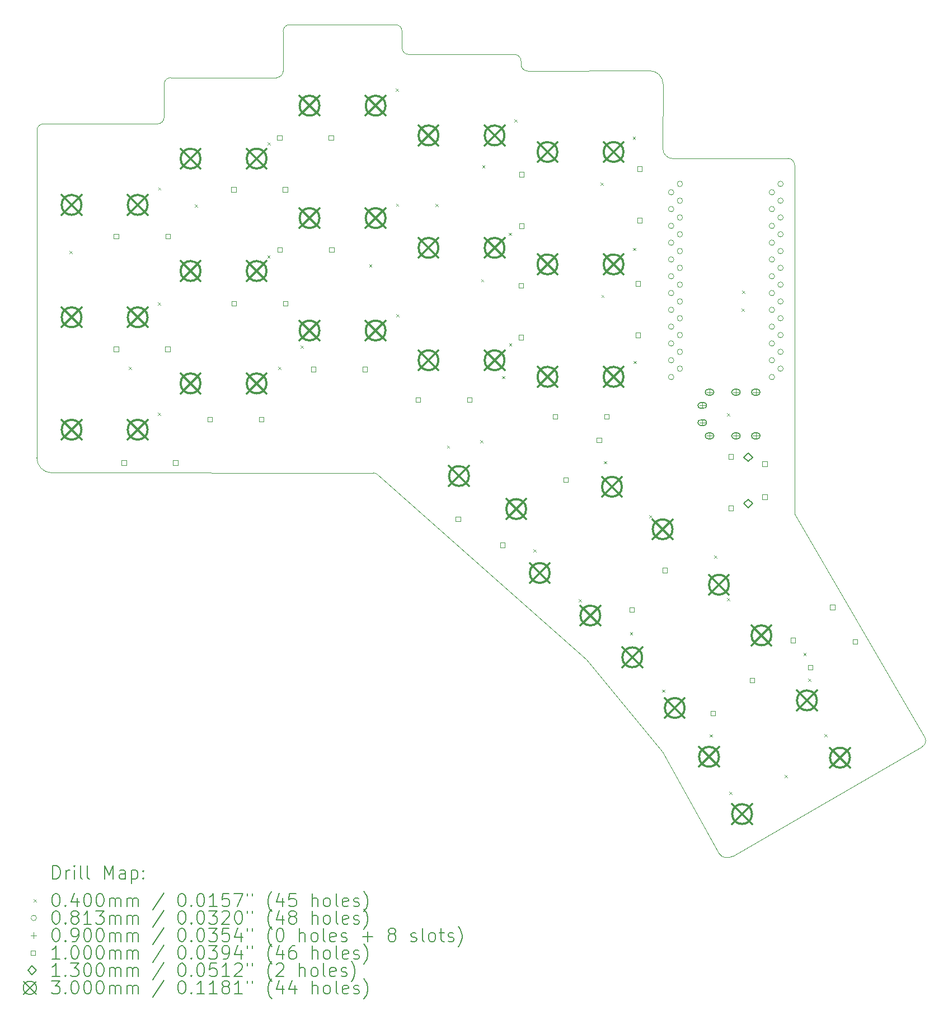
<source format=gbr>
%TF.GenerationSoftware,KiCad,Pcbnew,7.0.1-0*%
%TF.CreationDate,2023-07-03T15:42:27+02:00*%
%TF.ProjectId,helicoprion,68656c69-636f-4707-9269-6f6e2e6b6963,rev?*%
%TF.SameCoordinates,Original*%
%TF.FileFunction,Drillmap*%
%TF.FilePolarity,Positive*%
%FSLAX45Y45*%
G04 Gerber Fmt 4.5, Leading zero omitted, Abs format (unit mm)*
G04 Created by KiCad (PCBNEW 7.0.1-0) date 2023-07-03 15:42:27*
%MOMM*%
%LPD*%
G01*
G04 APERTURE LIST*
%ADD10C,0.100000*%
%ADD11C,0.200000*%
%ADD12C,0.040000*%
%ADD13C,0.081280*%
%ADD14C,0.090000*%
%ADD15C,0.130000*%
%ADD16C,0.300000*%
G04 APERTURE END LIST*
D10*
X7950000Y-3750000D02*
G75*
G03*
X8050000Y-3650000I0J100000D01*
G01*
X6123806Y-8800194D02*
X6125711Y-3849711D01*
X17487289Y-4271000D02*
X15745211Y-4274289D01*
X19514947Y-13170762D02*
X16656037Y-14822873D01*
X15595211Y-4124289D02*
G75*
G03*
X15745211Y-4274289I149999J-1D01*
G01*
X17587289Y-4371000D02*
X17588000Y-9646000D01*
X14438000Y-11853000D02*
X11283000Y-9055000D01*
X8050000Y-3150000D02*
X8050000Y-3650000D01*
X7950000Y-3750000D02*
X6225711Y-3749711D01*
X8150000Y-3050000D02*
G75*
G03*
X8050000Y-3150000I0J-100000D01*
G01*
X19563315Y-13037869D02*
X17588000Y-9646000D01*
X13350000Y-2700000D02*
X11750000Y-2700000D01*
X11216998Y-9028908D02*
X6349806Y-9026194D01*
X11650000Y-2350000D02*
G75*
G03*
X11550000Y-2250000I-100000J0D01*
G01*
X13450000Y-2850000D02*
G75*
G03*
X13550000Y-2950000I100000J0D01*
G01*
X13450000Y-2850000D02*
X13450000Y-2800000D01*
X15595211Y-4124289D02*
X15598789Y-3147711D01*
X11650000Y-2600000D02*
X11650000Y-2350000D01*
X9750000Y-3050000D02*
X8150000Y-3050000D01*
X6225711Y-3749711D02*
G75*
G03*
X6125711Y-3849711I-1J-99999D01*
G01*
X13450000Y-2800000D02*
G75*
G03*
X13350000Y-2700000I-100000J0D01*
G01*
X16447127Y-14786037D02*
G75*
G03*
X16656037Y-14822873I122873J86037D01*
G01*
X15589000Y-13249000D02*
X16447127Y-14786037D01*
X11550000Y-2250000D02*
X9950000Y-2250000D01*
X11283000Y-9055000D02*
G75*
G03*
X11216998Y-9028908I-64360J-66280D01*
G01*
X14438000Y-11853000D02*
X15589000Y-13249000D01*
X19514947Y-13170762D02*
G75*
G03*
X19563315Y-13037869I-42267J90633D01*
G01*
X15598789Y-3147711D02*
G75*
G03*
X15398789Y-2947711I-199999J1D01*
G01*
X15398789Y-2947711D02*
X13550000Y-2950000D01*
X11650000Y-2600000D02*
G75*
G03*
X11750000Y-2700000I100000J0D01*
G01*
X17587290Y-4371000D02*
G75*
G03*
X17487289Y-4271000I-100000J0D01*
G01*
X6123806Y-8800194D02*
G75*
G03*
X6349806Y-9026194I226004J4D01*
G01*
X9850000Y-2350000D02*
X9850000Y-2950000D01*
X9750000Y-3050000D02*
G75*
G03*
X9850000Y-2950000I0J100000D01*
G01*
X9950000Y-2250000D02*
G75*
G03*
X9850000Y-2350000I0J-100000D01*
G01*
D11*
D12*
X6617000Y-5672000D02*
X6657000Y-5712000D01*
X6657000Y-5672000D02*
X6617000Y-5712000D01*
X7516000Y-7424000D02*
X7556000Y-7464000D01*
X7556000Y-7424000D02*
X7516000Y-7464000D01*
X7954000Y-6453000D02*
X7994000Y-6493000D01*
X7994000Y-6453000D02*
X7954000Y-6493000D01*
X7956000Y-8118000D02*
X7996000Y-8158000D01*
X7996000Y-8118000D02*
X7956000Y-8158000D01*
X7960000Y-4711000D02*
X8000000Y-4751000D01*
X8000000Y-4711000D02*
X7960000Y-4751000D01*
X8517000Y-4971000D02*
X8557000Y-5011000D01*
X8557000Y-4971000D02*
X8517000Y-5011000D01*
X9611000Y-5738000D02*
X9651000Y-5778000D01*
X9651000Y-5738000D02*
X9611000Y-5778000D01*
X9615000Y-4027000D02*
X9655000Y-4067000D01*
X9655000Y-4027000D02*
X9615000Y-4067000D01*
X9777000Y-7422000D02*
X9817000Y-7462000D01*
X9817000Y-7422000D02*
X9777000Y-7462000D01*
X10115000Y-7103000D02*
X10155000Y-7143000D01*
X10155000Y-7103000D02*
X10115000Y-7143000D01*
X11153000Y-5875000D02*
X11193000Y-5915000D01*
X11193000Y-5875000D02*
X11153000Y-5915000D01*
X11554000Y-3215000D02*
X11594000Y-3255000D01*
X11594000Y-3215000D02*
X11554000Y-3255000D01*
X11558000Y-4955000D02*
X11598000Y-4995000D01*
X11598000Y-4955000D02*
X11558000Y-4995000D01*
X11562000Y-6629000D02*
X11602000Y-6669000D01*
X11602000Y-6629000D02*
X11562000Y-6669000D01*
X12153000Y-4961000D02*
X12193000Y-5001000D01*
X12193000Y-4961000D02*
X12153000Y-5001000D01*
X12329568Y-8612432D02*
X12369568Y-8652432D01*
X12369568Y-8612432D02*
X12329568Y-8652432D01*
X12834000Y-8531000D02*
X12874000Y-8571000D01*
X12874000Y-8531000D02*
X12834000Y-8571000D01*
X12846000Y-6098000D02*
X12886000Y-6138000D01*
X12886000Y-6098000D02*
X12846000Y-6138000D01*
X12862000Y-4378000D02*
X12902000Y-4418000D01*
X12902000Y-4378000D02*
X12862000Y-4418000D01*
X13163000Y-7563000D02*
X13203000Y-7603000D01*
X13203000Y-7563000D02*
X13163000Y-7603000D01*
X13267000Y-5397000D02*
X13307000Y-5437000D01*
X13307000Y-5397000D02*
X13267000Y-5437000D01*
X13268000Y-7067000D02*
X13308000Y-7107000D01*
X13308000Y-7067000D02*
X13268000Y-7107000D01*
X13351000Y-3683000D02*
X13391000Y-3723000D01*
X13391000Y-3683000D02*
X13351000Y-3723000D01*
X13636000Y-10183000D02*
X13676000Y-10223000D01*
X13676000Y-10183000D02*
X13636000Y-10223000D01*
X14324000Y-10940000D02*
X14364000Y-10980000D01*
X14364000Y-10940000D02*
X14324000Y-10980000D01*
X14652000Y-4637000D02*
X14692000Y-4677000D01*
X14692000Y-4637000D02*
X14652000Y-4677000D01*
X14665000Y-6336000D02*
X14705000Y-6376000D01*
X14705000Y-6336000D02*
X14665000Y-6376000D01*
X14702000Y-8850000D02*
X14742000Y-8890000D01*
X14742000Y-8850000D02*
X14702000Y-8890000D01*
X15098000Y-11439000D02*
X15138000Y-11479000D01*
X15138000Y-11439000D02*
X15098000Y-11479000D01*
X15141000Y-3941000D02*
X15181000Y-3981000D01*
X15181000Y-3941000D02*
X15141000Y-3981000D01*
X15142000Y-5625000D02*
X15182000Y-5665000D01*
X15182000Y-5625000D02*
X15142000Y-5665000D01*
X15153000Y-7336000D02*
X15193000Y-7376000D01*
X15193000Y-7336000D02*
X15153000Y-7376000D01*
X15388000Y-9665000D02*
X15428000Y-9705000D01*
X15428000Y-9665000D02*
X15388000Y-9705000D01*
X15583000Y-12304000D02*
X15623000Y-12344000D01*
X15623000Y-12304000D02*
X15583000Y-12344000D01*
X16302000Y-12983000D02*
X16342000Y-13023000D01*
X16342000Y-12983000D02*
X16302000Y-13023000D01*
X16370000Y-10276000D02*
X16410000Y-10316000D01*
X16410000Y-10276000D02*
X16370000Y-10316000D01*
X16564000Y-8127000D02*
X16604000Y-8167000D01*
X16604000Y-8127000D02*
X16564000Y-8167000D01*
X16566000Y-10919000D02*
X16606000Y-10959000D01*
X16606000Y-10919000D02*
X16566000Y-10959000D01*
X16600000Y-13847000D02*
X16640000Y-13887000D01*
X16640000Y-13847000D02*
X16600000Y-13887000D01*
X16786205Y-6542205D02*
X16826205Y-6582205D01*
X16826205Y-6542205D02*
X16786205Y-6582205D01*
X16798000Y-6272000D02*
X16838000Y-6312000D01*
X16838000Y-6272000D02*
X16798000Y-6312000D01*
X17439000Y-13595000D02*
X17479000Y-13635000D01*
X17479000Y-13595000D02*
X17439000Y-13635000D01*
X17723000Y-11750000D02*
X17763000Y-11790000D01*
X17763000Y-11750000D02*
X17723000Y-11790000D01*
X17796000Y-12137000D02*
X17836000Y-12177000D01*
X17836000Y-12137000D02*
X17796000Y-12177000D01*
X18037000Y-12977000D02*
X18077000Y-13017000D01*
X18077000Y-12977000D02*
X18037000Y-13017000D01*
D13*
X15762000Y-4785000D02*
G75*
G03*
X15762000Y-4785000I-40640J0D01*
G01*
X15762000Y-5039000D02*
G75*
G03*
X15762000Y-5039000I-40640J0D01*
G01*
X15762000Y-5293000D02*
G75*
G03*
X15762000Y-5293000I-40640J0D01*
G01*
X15762000Y-5547000D02*
G75*
G03*
X15762000Y-5547000I-40640J0D01*
G01*
X15762000Y-5801000D02*
G75*
G03*
X15762000Y-5801000I-40640J0D01*
G01*
X15762000Y-6055000D02*
G75*
G03*
X15762000Y-6055000I-40640J0D01*
G01*
X15762000Y-6309000D02*
G75*
G03*
X15762000Y-6309000I-40640J0D01*
G01*
X15762000Y-6563000D02*
G75*
G03*
X15762000Y-6563000I-40640J0D01*
G01*
X15762000Y-6817000D02*
G75*
G03*
X15762000Y-6817000I-40640J0D01*
G01*
X15762000Y-7071000D02*
G75*
G03*
X15762000Y-7071000I-40640J0D01*
G01*
X15762000Y-7325000D02*
G75*
G03*
X15762000Y-7325000I-40640J0D01*
G01*
X15762000Y-7579000D02*
G75*
G03*
X15762000Y-7579000I-40640J0D01*
G01*
X15894640Y-4658000D02*
G75*
G03*
X15894640Y-4658000I-40640J0D01*
G01*
X15894640Y-4912000D02*
G75*
G03*
X15894640Y-4912000I-40640J0D01*
G01*
X15894640Y-5166000D02*
G75*
G03*
X15894640Y-5166000I-40640J0D01*
G01*
X15894640Y-5420000D02*
G75*
G03*
X15894640Y-5420000I-40640J0D01*
G01*
X15894640Y-5674000D02*
G75*
G03*
X15894640Y-5674000I-40640J0D01*
G01*
X15894640Y-5928000D02*
G75*
G03*
X15894640Y-5928000I-40640J0D01*
G01*
X15894640Y-6182000D02*
G75*
G03*
X15894640Y-6182000I-40640J0D01*
G01*
X15894640Y-6436000D02*
G75*
G03*
X15894640Y-6436000I-40640J0D01*
G01*
X15894640Y-6690000D02*
G75*
G03*
X15894640Y-6690000I-40640J0D01*
G01*
X15894640Y-6944000D02*
G75*
G03*
X15894640Y-6944000I-40640J0D01*
G01*
X15894640Y-7198000D02*
G75*
G03*
X15894640Y-7198000I-40640J0D01*
G01*
X15894640Y-7452000D02*
G75*
G03*
X15894640Y-7452000I-40640J0D01*
G01*
X17286000Y-4785000D02*
G75*
G03*
X17286000Y-4785000I-40640J0D01*
G01*
X17286000Y-5039000D02*
G75*
G03*
X17286000Y-5039000I-40640J0D01*
G01*
X17286000Y-5293000D02*
G75*
G03*
X17286000Y-5293000I-40640J0D01*
G01*
X17286000Y-5547000D02*
G75*
G03*
X17286000Y-5547000I-40640J0D01*
G01*
X17286000Y-5801000D02*
G75*
G03*
X17286000Y-5801000I-40640J0D01*
G01*
X17286000Y-6055000D02*
G75*
G03*
X17286000Y-6055000I-40640J0D01*
G01*
X17286000Y-6309000D02*
G75*
G03*
X17286000Y-6309000I-40640J0D01*
G01*
X17286000Y-6563000D02*
G75*
G03*
X17286000Y-6563000I-40640J0D01*
G01*
X17286000Y-6817000D02*
G75*
G03*
X17286000Y-6817000I-40640J0D01*
G01*
X17286000Y-7071000D02*
G75*
G03*
X17286000Y-7071000I-40640J0D01*
G01*
X17286000Y-7325000D02*
G75*
G03*
X17286000Y-7325000I-40640J0D01*
G01*
X17286000Y-7579000D02*
G75*
G03*
X17286000Y-7579000I-40640J0D01*
G01*
X17416640Y-4658000D02*
G75*
G03*
X17416640Y-4658000I-40640J0D01*
G01*
X17416640Y-4912000D02*
G75*
G03*
X17416640Y-4912000I-40640J0D01*
G01*
X17416640Y-5166000D02*
G75*
G03*
X17416640Y-5166000I-40640J0D01*
G01*
X17416640Y-5420000D02*
G75*
G03*
X17416640Y-5420000I-40640J0D01*
G01*
X17416640Y-5674000D02*
G75*
G03*
X17416640Y-5674000I-40640J0D01*
G01*
X17416640Y-5928000D02*
G75*
G03*
X17416640Y-5928000I-40640J0D01*
G01*
X17416640Y-6182000D02*
G75*
G03*
X17416640Y-6182000I-40640J0D01*
G01*
X17416640Y-6436000D02*
G75*
G03*
X17416640Y-6436000I-40640J0D01*
G01*
X17416640Y-6690000D02*
G75*
G03*
X17416640Y-6690000I-40640J0D01*
G01*
X17416640Y-6944000D02*
G75*
G03*
X17416640Y-6944000I-40640J0D01*
G01*
X17416640Y-7198000D02*
G75*
G03*
X17416640Y-7198000I-40640J0D01*
G01*
X17416640Y-7452000D02*
G75*
G03*
X17416640Y-7452000I-40640J0D01*
G01*
D14*
X16192000Y-8223000D02*
X16192000Y-8313000D01*
X16147000Y-8268000D02*
X16237000Y-8268000D01*
D11*
X16172000Y-8313000D02*
X16212000Y-8313000D01*
X16212000Y-8313000D02*
G75*
G03*
X16212000Y-8223000I0J45000D01*
G01*
X16212000Y-8223000D02*
X16172000Y-8223000D01*
X16172000Y-8223000D02*
G75*
G03*
X16172000Y-8313000I0J-45000D01*
G01*
D14*
X16192000Y-7963000D02*
X16192000Y-8053000D01*
X16147000Y-8008000D02*
X16237000Y-8008000D01*
D11*
X16212000Y-7963000D02*
X16172000Y-7963000D01*
X16172000Y-7963000D02*
G75*
G03*
X16172000Y-8053000I0J-45000D01*
G01*
X16172000Y-8053000D02*
X16212000Y-8053000D01*
X16212000Y-8053000D02*
G75*
G03*
X16212000Y-7963000I0J45000D01*
G01*
D14*
X16302000Y-7763000D02*
X16302000Y-7853000D01*
X16257000Y-7808000D02*
X16347000Y-7808000D01*
D11*
X16282000Y-7853000D02*
X16322000Y-7853000D01*
X16322000Y-7853000D02*
G75*
G03*
X16322000Y-7763000I0J45000D01*
G01*
X16322000Y-7763000D02*
X16282000Y-7763000D01*
X16282000Y-7763000D02*
G75*
G03*
X16282000Y-7853000I0J-45000D01*
G01*
D14*
X16302000Y-8423000D02*
X16302000Y-8513000D01*
X16257000Y-8468000D02*
X16347000Y-8468000D01*
D11*
X16322000Y-8423000D02*
X16282000Y-8423000D01*
X16282000Y-8423000D02*
G75*
G03*
X16282000Y-8513000I0J-45000D01*
G01*
X16282000Y-8513000D02*
X16322000Y-8513000D01*
X16322000Y-8513000D02*
G75*
G03*
X16322000Y-8423000I0J45000D01*
G01*
D14*
X16702000Y-7763000D02*
X16702000Y-7853000D01*
X16657000Y-7808000D02*
X16747000Y-7808000D01*
D11*
X16682000Y-7853000D02*
X16722000Y-7853000D01*
X16722000Y-7853000D02*
G75*
G03*
X16722000Y-7763000I0J45000D01*
G01*
X16722000Y-7763000D02*
X16682000Y-7763000D01*
X16682000Y-7763000D02*
G75*
G03*
X16682000Y-7853000I0J-45000D01*
G01*
D14*
X16702000Y-8423000D02*
X16702000Y-8513000D01*
X16657000Y-8468000D02*
X16747000Y-8468000D01*
D11*
X16722000Y-8423000D02*
X16682000Y-8423000D01*
X16682000Y-8423000D02*
G75*
G03*
X16682000Y-8513000I0J-45000D01*
G01*
X16682000Y-8513000D02*
X16722000Y-8513000D01*
X16722000Y-8513000D02*
G75*
G03*
X16722000Y-8423000I0J45000D01*
G01*
D14*
X17002000Y-7763000D02*
X17002000Y-7853000D01*
X16957000Y-7808000D02*
X17047000Y-7808000D01*
D11*
X16982000Y-7853000D02*
X17022000Y-7853000D01*
X17022000Y-7853000D02*
G75*
G03*
X17022000Y-7763000I0J45000D01*
G01*
X17022000Y-7763000D02*
X16982000Y-7763000D01*
X16982000Y-7763000D02*
G75*
G03*
X16982000Y-7853000I0J-45000D01*
G01*
D14*
X17002000Y-8423000D02*
X17002000Y-8513000D01*
X16957000Y-8468000D02*
X17047000Y-8468000D01*
D11*
X17022000Y-8423000D02*
X16982000Y-8423000D01*
X16982000Y-8423000D02*
G75*
G03*
X16982000Y-8513000I0J-45000D01*
G01*
X16982000Y-8513000D02*
X17022000Y-8513000D01*
X17022000Y-8513000D02*
G75*
G03*
X17022000Y-8423000I0J45000D01*
G01*
D10*
X7359356Y-7192356D02*
X7359356Y-7121644D01*
X7288644Y-7121644D01*
X7288644Y-7192356D01*
X7359356Y-7192356D01*
X7360356Y-5486356D02*
X7360356Y-5415644D01*
X7289644Y-5415644D01*
X7289644Y-5486356D01*
X7360356Y-5486356D01*
X7478356Y-8909356D02*
X7478356Y-8838644D01*
X7407644Y-8838644D01*
X7407644Y-8909356D01*
X7478356Y-8909356D01*
X8139356Y-7192356D02*
X8139356Y-7121644D01*
X8068644Y-7121644D01*
X8068644Y-7192356D01*
X8139356Y-7192356D01*
X8140356Y-5486356D02*
X8140356Y-5415644D01*
X8069644Y-5415644D01*
X8069644Y-5486356D01*
X8140356Y-5486356D01*
X8258356Y-8909356D02*
X8258356Y-8838644D01*
X8187644Y-8838644D01*
X8187644Y-8909356D01*
X8258356Y-8909356D01*
X8778356Y-8256356D02*
X8778356Y-8185644D01*
X8707644Y-8185644D01*
X8707644Y-8256356D01*
X8778356Y-8256356D01*
X9137356Y-4778356D02*
X9137356Y-4707644D01*
X9066644Y-4707644D01*
X9066644Y-4778356D01*
X9137356Y-4778356D01*
X9142356Y-6499356D02*
X9142356Y-6428644D01*
X9071644Y-6428644D01*
X9071644Y-6499356D01*
X9142356Y-6499356D01*
X9558356Y-8256356D02*
X9558356Y-8185644D01*
X9487644Y-8185644D01*
X9487644Y-8256356D01*
X9558356Y-8256356D01*
X9830356Y-3997356D02*
X9830356Y-3926644D01*
X9759644Y-3926644D01*
X9759644Y-3997356D01*
X9830356Y-3997356D01*
X9838356Y-5688356D02*
X9838356Y-5617644D01*
X9767644Y-5617644D01*
X9767644Y-5688356D01*
X9838356Y-5688356D01*
X9917356Y-4778356D02*
X9917356Y-4707644D01*
X9846644Y-4707644D01*
X9846644Y-4778356D01*
X9917356Y-4778356D01*
X9922356Y-6499356D02*
X9922356Y-6428644D01*
X9851644Y-6428644D01*
X9851644Y-6499356D01*
X9922356Y-6499356D01*
X10343356Y-7495356D02*
X10343356Y-7424644D01*
X10272644Y-7424644D01*
X10272644Y-7495356D01*
X10343356Y-7495356D01*
X10610356Y-3997356D02*
X10610356Y-3926644D01*
X10539644Y-3926644D01*
X10539644Y-3997356D01*
X10610356Y-3997356D01*
X10618356Y-5688356D02*
X10618356Y-5617644D01*
X10547644Y-5617644D01*
X10547644Y-5688356D01*
X10618356Y-5688356D01*
X11123356Y-7495356D02*
X11123356Y-7424644D01*
X11052644Y-7424644D01*
X11052644Y-7495356D01*
X11123356Y-7495356D01*
X11928356Y-7957356D02*
X11928356Y-7886644D01*
X11857644Y-7886644D01*
X11857644Y-7957356D01*
X11928356Y-7957356D01*
X12531606Y-9763356D02*
X12531606Y-9692644D01*
X12460894Y-9692644D01*
X12460894Y-9763356D01*
X12531606Y-9763356D01*
X12708356Y-7957356D02*
X12708356Y-7886644D01*
X12637644Y-7886644D01*
X12637644Y-7957356D01*
X12708356Y-7957356D01*
X13207106Y-10153356D02*
X13207106Y-10082644D01*
X13136394Y-10082644D01*
X13136394Y-10153356D01*
X13207106Y-10153356D01*
X13486356Y-6232356D02*
X13486356Y-6161644D01*
X13415644Y-6161644D01*
X13415644Y-6232356D01*
X13486356Y-6232356D01*
X13486356Y-7012356D02*
X13486356Y-6941644D01*
X13415644Y-6941644D01*
X13415644Y-7012356D01*
X13486356Y-7012356D01*
X13493356Y-4548356D02*
X13493356Y-4477644D01*
X13422644Y-4477644D01*
X13422644Y-4548356D01*
X13493356Y-4548356D01*
X13493356Y-5328356D02*
X13493356Y-5257644D01*
X13422644Y-5257644D01*
X13422644Y-5328356D01*
X13493356Y-5328356D01*
X14000856Y-8210856D02*
X14000856Y-8140144D01*
X13930144Y-8140144D01*
X13930144Y-8210856D01*
X14000856Y-8210856D01*
X14163315Y-9166466D02*
X14163315Y-9095755D01*
X14092604Y-9095755D01*
X14092604Y-9166466D01*
X14163315Y-9166466D01*
X14664690Y-8568952D02*
X14664690Y-8498240D01*
X14593978Y-8498240D01*
X14593978Y-8568952D01*
X14664690Y-8568952D01*
X14780856Y-8210856D02*
X14780856Y-8140144D01*
X14710144Y-8140144D01*
X14710144Y-8210856D01*
X14780856Y-8210856D01*
X15160668Y-11132113D02*
X15160668Y-11061402D01*
X15089957Y-11061402D01*
X15089957Y-11132113D01*
X15160668Y-11132113D01*
X15252356Y-6199356D02*
X15252356Y-6128644D01*
X15181644Y-6128644D01*
X15181644Y-6199356D01*
X15252356Y-6199356D01*
X15252356Y-6979356D02*
X15252356Y-6908644D01*
X15181644Y-6908644D01*
X15181644Y-6979356D01*
X15252356Y-6979356D01*
X15282356Y-4464356D02*
X15282356Y-4393644D01*
X15211644Y-4393644D01*
X15211644Y-4464356D01*
X15282356Y-4464356D01*
X15282356Y-5244356D02*
X15282356Y-5173644D01*
X15211644Y-5173644D01*
X15211644Y-5244356D01*
X15282356Y-5244356D01*
X15662043Y-10534598D02*
X15662043Y-10463887D01*
X15591331Y-10463887D01*
X15591331Y-10534598D01*
X15662043Y-10534598D01*
X16386598Y-12700043D02*
X16386598Y-12629331D01*
X16315887Y-12629331D01*
X16315887Y-12700043D01*
X16386598Y-12700043D01*
X16661325Y-8815968D02*
X16661325Y-8745256D01*
X16590614Y-8745256D01*
X16590614Y-8815968D01*
X16661325Y-8815968D01*
X16661325Y-9595968D02*
X16661325Y-9525256D01*
X16590614Y-9525256D01*
X16590614Y-9595968D01*
X16661325Y-9595968D01*
X16984113Y-12198668D02*
X16984113Y-12127957D01*
X16913402Y-12127957D01*
X16913402Y-12198668D01*
X16984113Y-12198668D01*
X17172356Y-8926356D02*
X17172356Y-8855644D01*
X17101644Y-8855644D01*
X17101644Y-8926356D01*
X17172356Y-8926356D01*
X17172356Y-9426356D02*
X17172356Y-9355644D01*
X17101644Y-9355644D01*
X17101644Y-9426356D01*
X17172356Y-9426356D01*
X17599598Y-11595043D02*
X17599598Y-11524331D01*
X17528887Y-11524331D01*
X17528887Y-11595043D01*
X17599598Y-11595043D01*
X17861606Y-12006356D02*
X17861606Y-11935644D01*
X17790894Y-11935644D01*
X17790894Y-12006356D01*
X17861606Y-12006356D01*
X18197113Y-11093669D02*
X18197113Y-11022957D01*
X18126402Y-11022957D01*
X18126402Y-11093669D01*
X18197113Y-11093669D01*
X18537106Y-11616356D02*
X18537106Y-11545644D01*
X18466394Y-11545644D01*
X18466394Y-11616356D01*
X18537106Y-11616356D01*
D15*
X16887000Y-8856000D02*
X16952000Y-8791000D01*
X16887000Y-8726000D01*
X16822000Y-8791000D01*
X16887000Y-8856000D01*
X16887000Y-9556000D02*
X16952000Y-9491000D01*
X16887000Y-9426000D01*
X16822000Y-9491000D01*
X16887000Y-9556000D01*
D16*
X6500000Y-4825000D02*
X6800000Y-5125000D01*
X6800000Y-4825000D02*
X6500000Y-5125000D01*
X6800000Y-4975000D02*
G75*
G03*
X6800000Y-4975000I-150000J0D01*
G01*
X6500000Y-6525000D02*
X6800000Y-6825000D01*
X6800000Y-6525000D02*
X6500000Y-6825000D01*
X6800000Y-6675000D02*
G75*
G03*
X6800000Y-6675000I-150000J0D01*
G01*
X6500000Y-8225000D02*
X6800000Y-8525000D01*
X6800000Y-8225000D02*
X6500000Y-8525000D01*
X6800000Y-8375000D02*
G75*
G03*
X6800000Y-8375000I-150000J0D01*
G01*
X7500000Y-4825000D02*
X7800000Y-5125000D01*
X7800000Y-4825000D02*
X7500000Y-5125000D01*
X7800000Y-4975000D02*
G75*
G03*
X7800000Y-4975000I-150000J0D01*
G01*
X7500000Y-6525000D02*
X7800000Y-6825000D01*
X7800000Y-6525000D02*
X7500000Y-6825000D01*
X7800000Y-6675000D02*
G75*
G03*
X7800000Y-6675000I-150000J0D01*
G01*
X7500000Y-8225000D02*
X7800000Y-8525000D01*
X7800000Y-8225000D02*
X7500000Y-8525000D01*
X7800000Y-8375000D02*
G75*
G03*
X7800000Y-8375000I-150000J0D01*
G01*
X8300000Y-4125000D02*
X8600000Y-4425000D01*
X8600000Y-4125000D02*
X8300000Y-4425000D01*
X8600000Y-4275000D02*
G75*
G03*
X8600000Y-4275000I-150000J0D01*
G01*
X8300000Y-5825000D02*
X8600000Y-6125000D01*
X8600000Y-5825000D02*
X8300000Y-6125000D01*
X8600000Y-5975000D02*
G75*
G03*
X8600000Y-5975000I-150000J0D01*
G01*
X8300000Y-7525000D02*
X8600000Y-7825000D01*
X8600000Y-7525000D02*
X8300000Y-7825000D01*
X8600000Y-7675000D02*
G75*
G03*
X8600000Y-7675000I-150000J0D01*
G01*
X9300000Y-4125000D02*
X9600000Y-4425000D01*
X9600000Y-4125000D02*
X9300000Y-4425000D01*
X9600000Y-4275000D02*
G75*
G03*
X9600000Y-4275000I-150000J0D01*
G01*
X9300000Y-5825000D02*
X9600000Y-6125000D01*
X9600000Y-5825000D02*
X9300000Y-6125000D01*
X9600000Y-5975000D02*
G75*
G03*
X9600000Y-5975000I-150000J0D01*
G01*
X9300000Y-7525000D02*
X9600000Y-7825000D01*
X9600000Y-7525000D02*
X9300000Y-7825000D01*
X9600000Y-7675000D02*
G75*
G03*
X9600000Y-7675000I-150000J0D01*
G01*
X10100000Y-3325000D02*
X10400000Y-3625000D01*
X10400000Y-3325000D02*
X10100000Y-3625000D01*
X10400000Y-3475000D02*
G75*
G03*
X10400000Y-3475000I-150000J0D01*
G01*
X10100000Y-5025000D02*
X10400000Y-5325000D01*
X10400000Y-5025000D02*
X10100000Y-5325000D01*
X10400000Y-5175000D02*
G75*
G03*
X10400000Y-5175000I-150000J0D01*
G01*
X10100000Y-6725000D02*
X10400000Y-7025000D01*
X10400000Y-6725000D02*
X10100000Y-7025000D01*
X10400000Y-6875000D02*
G75*
G03*
X10400000Y-6875000I-150000J0D01*
G01*
X11100000Y-3325000D02*
X11400000Y-3625000D01*
X11400000Y-3325000D02*
X11100000Y-3625000D01*
X11400000Y-3475000D02*
G75*
G03*
X11400000Y-3475000I-150000J0D01*
G01*
X11100000Y-5025000D02*
X11400000Y-5325000D01*
X11400000Y-5025000D02*
X11100000Y-5325000D01*
X11400000Y-5175000D02*
G75*
G03*
X11400000Y-5175000I-150000J0D01*
G01*
X11100000Y-6725000D02*
X11400000Y-7025000D01*
X11400000Y-6725000D02*
X11100000Y-7025000D01*
X11400000Y-6875000D02*
G75*
G03*
X11400000Y-6875000I-150000J0D01*
G01*
X11900000Y-3775000D02*
X12200000Y-4075000D01*
X12200000Y-3775000D02*
X11900000Y-4075000D01*
X12200000Y-3925000D02*
G75*
G03*
X12200000Y-3925000I-150000J0D01*
G01*
X11900000Y-5475000D02*
X12200000Y-5775000D01*
X12200000Y-5475000D02*
X11900000Y-5775000D01*
X12200000Y-5625000D02*
G75*
G03*
X12200000Y-5625000I-150000J0D01*
G01*
X11900000Y-7175000D02*
X12200000Y-7475000D01*
X12200000Y-7175000D02*
X11900000Y-7475000D01*
X12200000Y-7325000D02*
G75*
G03*
X12200000Y-7325000I-150000J0D01*
G01*
X12361173Y-8924760D02*
X12661173Y-9224760D01*
X12661173Y-8924760D02*
X12361173Y-9224760D01*
X12661173Y-9074760D02*
G75*
G03*
X12661173Y-9074760I-150000J0D01*
G01*
X12900000Y-3775000D02*
X13200000Y-4075000D01*
X13200000Y-3775000D02*
X12900000Y-4075000D01*
X13200000Y-3925000D02*
G75*
G03*
X13200000Y-3925000I-150000J0D01*
G01*
X12900000Y-5475000D02*
X13200000Y-5775000D01*
X13200000Y-5475000D02*
X12900000Y-5775000D01*
X13200000Y-5625000D02*
G75*
G03*
X13200000Y-5625000I-150000J0D01*
G01*
X12900000Y-7175000D02*
X13200000Y-7475000D01*
X13200000Y-7175000D02*
X12900000Y-7475000D01*
X13200000Y-7325000D02*
G75*
G03*
X13200000Y-7325000I-150000J0D01*
G01*
X13227199Y-9424760D02*
X13527199Y-9724760D01*
X13527199Y-9424760D02*
X13227199Y-9724760D01*
X13527199Y-9574760D02*
G75*
G03*
X13527199Y-9574760I-150000J0D01*
G01*
X13582932Y-10391873D02*
X13882932Y-10691873D01*
X13882932Y-10391873D02*
X13582932Y-10691873D01*
X13882932Y-10541873D02*
G75*
G03*
X13882932Y-10541873I-150000J0D01*
G01*
X13700000Y-4025000D02*
X14000000Y-4325000D01*
X14000000Y-4025000D02*
X13700000Y-4325000D01*
X14000000Y-4175000D02*
G75*
G03*
X14000000Y-4175000I-150000J0D01*
G01*
X13700000Y-5725000D02*
X14000000Y-6025000D01*
X14000000Y-5725000D02*
X13700000Y-6025000D01*
X14000000Y-5875000D02*
G75*
G03*
X14000000Y-5875000I-150000J0D01*
G01*
X13700000Y-7425000D02*
X14000000Y-7725000D01*
X14000000Y-7425000D02*
X13700000Y-7725000D01*
X14000000Y-7575000D02*
G75*
G03*
X14000000Y-7575000I-150000J0D01*
G01*
X14348977Y-11034661D02*
X14648977Y-11334660D01*
X14648977Y-11034661D02*
X14348977Y-11334660D01*
X14648977Y-11184661D02*
G75*
G03*
X14648977Y-11184661I-150000J0D01*
G01*
X14675932Y-9087873D02*
X14975932Y-9387873D01*
X14975932Y-9087873D02*
X14675932Y-9387873D01*
X14975932Y-9237873D02*
G75*
G03*
X14975932Y-9237873I-150000J0D01*
G01*
X14700000Y-4025000D02*
X15000000Y-4325000D01*
X15000000Y-4025000D02*
X14700000Y-4325000D01*
X15000000Y-4175000D02*
G75*
G03*
X15000000Y-4175000I-150000J0D01*
G01*
X14700000Y-5725000D02*
X15000000Y-6025000D01*
X15000000Y-5725000D02*
X14700000Y-6025000D01*
X15000000Y-5875000D02*
G75*
G03*
X15000000Y-5875000I-150000J0D01*
G01*
X14700000Y-7425000D02*
X15000000Y-7725000D01*
X15000000Y-7425000D02*
X14700000Y-7725000D01*
X15000000Y-7575000D02*
G75*
G03*
X15000000Y-7575000I-150000J0D01*
G01*
X14983339Y-11667023D02*
X15283339Y-11967023D01*
X15283339Y-11667023D02*
X14983339Y-11967023D01*
X15283339Y-11817023D02*
G75*
G03*
X15283339Y-11817023I-150000J0D01*
G01*
X15441977Y-9730661D02*
X15741977Y-10030661D01*
X15741977Y-9730661D02*
X15441977Y-10030661D01*
X15741977Y-9880661D02*
G75*
G03*
X15741977Y-9880661I-150000J0D01*
G01*
X15626127Y-12433068D02*
X15926127Y-12733068D01*
X15926127Y-12433068D02*
X15626127Y-12733068D01*
X15926127Y-12583068D02*
G75*
G03*
X15926127Y-12583068I-150000J0D01*
G01*
X16144240Y-13171487D02*
X16444240Y-13471487D01*
X16444240Y-13171487D02*
X16144240Y-13471487D01*
X16444240Y-13321487D02*
G75*
G03*
X16444240Y-13321487I-150000J0D01*
G01*
X16294339Y-10569023D02*
X16594339Y-10869023D01*
X16594339Y-10569023D02*
X16294339Y-10869023D01*
X16594339Y-10719023D02*
G75*
G03*
X16594339Y-10719023I-150000J0D01*
G01*
X16644240Y-14037513D02*
X16944241Y-14337513D01*
X16944241Y-14037513D02*
X16644240Y-14337513D01*
X16944241Y-14187513D02*
G75*
G03*
X16944241Y-14187513I-150000J0D01*
G01*
X16937127Y-11335068D02*
X17237127Y-11635068D01*
X17237127Y-11335068D02*
X16937127Y-11635068D01*
X17237127Y-11485068D02*
G75*
G03*
X17237127Y-11485068I-150000J0D01*
G01*
X17625241Y-12318487D02*
X17925241Y-12618487D01*
X17925241Y-12318487D02*
X17625241Y-12618487D01*
X17925241Y-12468487D02*
G75*
G03*
X17925241Y-12468487I-150000J0D01*
G01*
X18125241Y-13184513D02*
X18425241Y-13484513D01*
X18425241Y-13184513D02*
X18125241Y-13484513D01*
X18425241Y-13334513D02*
G75*
G03*
X18425241Y-13334513I-150000J0D01*
G01*
D11*
X6366425Y-15167524D02*
X6366425Y-14967524D01*
X6366425Y-14967524D02*
X6414044Y-14967524D01*
X6414044Y-14967524D02*
X6442616Y-14977048D01*
X6442616Y-14977048D02*
X6461663Y-14996095D01*
X6461663Y-14996095D02*
X6471187Y-15015143D01*
X6471187Y-15015143D02*
X6480711Y-15053238D01*
X6480711Y-15053238D02*
X6480711Y-15081810D01*
X6480711Y-15081810D02*
X6471187Y-15119905D01*
X6471187Y-15119905D02*
X6461663Y-15138952D01*
X6461663Y-15138952D02*
X6442616Y-15158000D01*
X6442616Y-15158000D02*
X6414044Y-15167524D01*
X6414044Y-15167524D02*
X6366425Y-15167524D01*
X6566425Y-15167524D02*
X6566425Y-15034190D01*
X6566425Y-15072286D02*
X6575949Y-15053238D01*
X6575949Y-15053238D02*
X6585473Y-15043714D01*
X6585473Y-15043714D02*
X6604520Y-15034190D01*
X6604520Y-15034190D02*
X6623568Y-15034190D01*
X6690235Y-15167524D02*
X6690235Y-15034190D01*
X6690235Y-14967524D02*
X6680711Y-14977048D01*
X6680711Y-14977048D02*
X6690235Y-14986571D01*
X6690235Y-14986571D02*
X6699758Y-14977048D01*
X6699758Y-14977048D02*
X6690235Y-14967524D01*
X6690235Y-14967524D02*
X6690235Y-14986571D01*
X6814044Y-15167524D02*
X6794996Y-15158000D01*
X6794996Y-15158000D02*
X6785473Y-15138952D01*
X6785473Y-15138952D02*
X6785473Y-14967524D01*
X6918806Y-15167524D02*
X6899758Y-15158000D01*
X6899758Y-15158000D02*
X6890235Y-15138952D01*
X6890235Y-15138952D02*
X6890235Y-14967524D01*
X7147377Y-15167524D02*
X7147377Y-14967524D01*
X7147377Y-14967524D02*
X7214044Y-15110381D01*
X7214044Y-15110381D02*
X7280711Y-14967524D01*
X7280711Y-14967524D02*
X7280711Y-15167524D01*
X7461663Y-15167524D02*
X7461663Y-15062762D01*
X7461663Y-15062762D02*
X7452139Y-15043714D01*
X7452139Y-15043714D02*
X7433092Y-15034190D01*
X7433092Y-15034190D02*
X7394996Y-15034190D01*
X7394996Y-15034190D02*
X7375949Y-15043714D01*
X7461663Y-15158000D02*
X7442616Y-15167524D01*
X7442616Y-15167524D02*
X7394996Y-15167524D01*
X7394996Y-15167524D02*
X7375949Y-15158000D01*
X7375949Y-15158000D02*
X7366425Y-15138952D01*
X7366425Y-15138952D02*
X7366425Y-15119905D01*
X7366425Y-15119905D02*
X7375949Y-15100857D01*
X7375949Y-15100857D02*
X7394996Y-15091333D01*
X7394996Y-15091333D02*
X7442616Y-15091333D01*
X7442616Y-15091333D02*
X7461663Y-15081810D01*
X7556901Y-15034190D02*
X7556901Y-15234190D01*
X7556901Y-15043714D02*
X7575949Y-15034190D01*
X7575949Y-15034190D02*
X7614044Y-15034190D01*
X7614044Y-15034190D02*
X7633092Y-15043714D01*
X7633092Y-15043714D02*
X7642616Y-15053238D01*
X7642616Y-15053238D02*
X7652139Y-15072286D01*
X7652139Y-15072286D02*
X7652139Y-15129429D01*
X7652139Y-15129429D02*
X7642616Y-15148476D01*
X7642616Y-15148476D02*
X7633092Y-15158000D01*
X7633092Y-15158000D02*
X7614044Y-15167524D01*
X7614044Y-15167524D02*
X7575949Y-15167524D01*
X7575949Y-15167524D02*
X7556901Y-15158000D01*
X7737854Y-15148476D02*
X7747377Y-15158000D01*
X7747377Y-15158000D02*
X7737854Y-15167524D01*
X7737854Y-15167524D02*
X7728330Y-15158000D01*
X7728330Y-15158000D02*
X7737854Y-15148476D01*
X7737854Y-15148476D02*
X7737854Y-15167524D01*
X7737854Y-15043714D02*
X7747377Y-15053238D01*
X7747377Y-15053238D02*
X7737854Y-15062762D01*
X7737854Y-15062762D02*
X7728330Y-15053238D01*
X7728330Y-15053238D02*
X7737854Y-15043714D01*
X7737854Y-15043714D02*
X7737854Y-15062762D01*
D12*
X6078806Y-15475000D02*
X6118806Y-15515000D01*
X6118806Y-15475000D02*
X6078806Y-15515000D01*
D11*
X6404520Y-15387524D02*
X6423568Y-15387524D01*
X6423568Y-15387524D02*
X6442616Y-15397048D01*
X6442616Y-15397048D02*
X6452139Y-15406571D01*
X6452139Y-15406571D02*
X6461663Y-15425619D01*
X6461663Y-15425619D02*
X6471187Y-15463714D01*
X6471187Y-15463714D02*
X6471187Y-15511333D01*
X6471187Y-15511333D02*
X6461663Y-15549429D01*
X6461663Y-15549429D02*
X6452139Y-15568476D01*
X6452139Y-15568476D02*
X6442616Y-15578000D01*
X6442616Y-15578000D02*
X6423568Y-15587524D01*
X6423568Y-15587524D02*
X6404520Y-15587524D01*
X6404520Y-15587524D02*
X6385473Y-15578000D01*
X6385473Y-15578000D02*
X6375949Y-15568476D01*
X6375949Y-15568476D02*
X6366425Y-15549429D01*
X6366425Y-15549429D02*
X6356901Y-15511333D01*
X6356901Y-15511333D02*
X6356901Y-15463714D01*
X6356901Y-15463714D02*
X6366425Y-15425619D01*
X6366425Y-15425619D02*
X6375949Y-15406571D01*
X6375949Y-15406571D02*
X6385473Y-15397048D01*
X6385473Y-15397048D02*
X6404520Y-15387524D01*
X6556901Y-15568476D02*
X6566425Y-15578000D01*
X6566425Y-15578000D02*
X6556901Y-15587524D01*
X6556901Y-15587524D02*
X6547377Y-15578000D01*
X6547377Y-15578000D02*
X6556901Y-15568476D01*
X6556901Y-15568476D02*
X6556901Y-15587524D01*
X6737854Y-15454190D02*
X6737854Y-15587524D01*
X6690235Y-15378000D02*
X6642616Y-15520857D01*
X6642616Y-15520857D02*
X6766425Y-15520857D01*
X6880711Y-15387524D02*
X6899758Y-15387524D01*
X6899758Y-15387524D02*
X6918806Y-15397048D01*
X6918806Y-15397048D02*
X6928330Y-15406571D01*
X6928330Y-15406571D02*
X6937854Y-15425619D01*
X6937854Y-15425619D02*
X6947377Y-15463714D01*
X6947377Y-15463714D02*
X6947377Y-15511333D01*
X6947377Y-15511333D02*
X6937854Y-15549429D01*
X6937854Y-15549429D02*
X6928330Y-15568476D01*
X6928330Y-15568476D02*
X6918806Y-15578000D01*
X6918806Y-15578000D02*
X6899758Y-15587524D01*
X6899758Y-15587524D02*
X6880711Y-15587524D01*
X6880711Y-15587524D02*
X6861663Y-15578000D01*
X6861663Y-15578000D02*
X6852139Y-15568476D01*
X6852139Y-15568476D02*
X6842616Y-15549429D01*
X6842616Y-15549429D02*
X6833092Y-15511333D01*
X6833092Y-15511333D02*
X6833092Y-15463714D01*
X6833092Y-15463714D02*
X6842616Y-15425619D01*
X6842616Y-15425619D02*
X6852139Y-15406571D01*
X6852139Y-15406571D02*
X6861663Y-15397048D01*
X6861663Y-15397048D02*
X6880711Y-15387524D01*
X7071187Y-15387524D02*
X7090235Y-15387524D01*
X7090235Y-15387524D02*
X7109282Y-15397048D01*
X7109282Y-15397048D02*
X7118806Y-15406571D01*
X7118806Y-15406571D02*
X7128330Y-15425619D01*
X7128330Y-15425619D02*
X7137854Y-15463714D01*
X7137854Y-15463714D02*
X7137854Y-15511333D01*
X7137854Y-15511333D02*
X7128330Y-15549429D01*
X7128330Y-15549429D02*
X7118806Y-15568476D01*
X7118806Y-15568476D02*
X7109282Y-15578000D01*
X7109282Y-15578000D02*
X7090235Y-15587524D01*
X7090235Y-15587524D02*
X7071187Y-15587524D01*
X7071187Y-15587524D02*
X7052139Y-15578000D01*
X7052139Y-15578000D02*
X7042616Y-15568476D01*
X7042616Y-15568476D02*
X7033092Y-15549429D01*
X7033092Y-15549429D02*
X7023568Y-15511333D01*
X7023568Y-15511333D02*
X7023568Y-15463714D01*
X7023568Y-15463714D02*
X7033092Y-15425619D01*
X7033092Y-15425619D02*
X7042616Y-15406571D01*
X7042616Y-15406571D02*
X7052139Y-15397048D01*
X7052139Y-15397048D02*
X7071187Y-15387524D01*
X7223568Y-15587524D02*
X7223568Y-15454190D01*
X7223568Y-15473238D02*
X7233092Y-15463714D01*
X7233092Y-15463714D02*
X7252139Y-15454190D01*
X7252139Y-15454190D02*
X7280711Y-15454190D01*
X7280711Y-15454190D02*
X7299758Y-15463714D01*
X7299758Y-15463714D02*
X7309282Y-15482762D01*
X7309282Y-15482762D02*
X7309282Y-15587524D01*
X7309282Y-15482762D02*
X7318806Y-15463714D01*
X7318806Y-15463714D02*
X7337854Y-15454190D01*
X7337854Y-15454190D02*
X7366425Y-15454190D01*
X7366425Y-15454190D02*
X7385473Y-15463714D01*
X7385473Y-15463714D02*
X7394997Y-15482762D01*
X7394997Y-15482762D02*
X7394997Y-15587524D01*
X7490235Y-15587524D02*
X7490235Y-15454190D01*
X7490235Y-15473238D02*
X7499758Y-15463714D01*
X7499758Y-15463714D02*
X7518806Y-15454190D01*
X7518806Y-15454190D02*
X7547378Y-15454190D01*
X7547378Y-15454190D02*
X7566425Y-15463714D01*
X7566425Y-15463714D02*
X7575949Y-15482762D01*
X7575949Y-15482762D02*
X7575949Y-15587524D01*
X7575949Y-15482762D02*
X7585473Y-15463714D01*
X7585473Y-15463714D02*
X7604520Y-15454190D01*
X7604520Y-15454190D02*
X7633092Y-15454190D01*
X7633092Y-15454190D02*
X7652139Y-15463714D01*
X7652139Y-15463714D02*
X7661663Y-15482762D01*
X7661663Y-15482762D02*
X7661663Y-15587524D01*
X8052139Y-15378000D02*
X7880711Y-15635143D01*
X8309282Y-15387524D02*
X8328330Y-15387524D01*
X8328330Y-15387524D02*
X8347378Y-15397048D01*
X8347378Y-15397048D02*
X8356901Y-15406571D01*
X8356901Y-15406571D02*
X8366425Y-15425619D01*
X8366425Y-15425619D02*
X8375949Y-15463714D01*
X8375949Y-15463714D02*
X8375949Y-15511333D01*
X8375949Y-15511333D02*
X8366425Y-15549429D01*
X8366425Y-15549429D02*
X8356901Y-15568476D01*
X8356901Y-15568476D02*
X8347378Y-15578000D01*
X8347378Y-15578000D02*
X8328330Y-15587524D01*
X8328330Y-15587524D02*
X8309282Y-15587524D01*
X8309282Y-15587524D02*
X8290235Y-15578000D01*
X8290235Y-15578000D02*
X8280711Y-15568476D01*
X8280711Y-15568476D02*
X8271187Y-15549429D01*
X8271187Y-15549429D02*
X8261663Y-15511333D01*
X8261663Y-15511333D02*
X8261663Y-15463714D01*
X8261663Y-15463714D02*
X8271187Y-15425619D01*
X8271187Y-15425619D02*
X8280711Y-15406571D01*
X8280711Y-15406571D02*
X8290235Y-15397048D01*
X8290235Y-15397048D02*
X8309282Y-15387524D01*
X8461663Y-15568476D02*
X8471187Y-15578000D01*
X8471187Y-15578000D02*
X8461663Y-15587524D01*
X8461663Y-15587524D02*
X8452140Y-15578000D01*
X8452140Y-15578000D02*
X8461663Y-15568476D01*
X8461663Y-15568476D02*
X8461663Y-15587524D01*
X8594997Y-15387524D02*
X8614044Y-15387524D01*
X8614044Y-15387524D02*
X8633092Y-15397048D01*
X8633092Y-15397048D02*
X8642616Y-15406571D01*
X8642616Y-15406571D02*
X8652140Y-15425619D01*
X8652140Y-15425619D02*
X8661663Y-15463714D01*
X8661663Y-15463714D02*
X8661663Y-15511333D01*
X8661663Y-15511333D02*
X8652140Y-15549429D01*
X8652140Y-15549429D02*
X8642616Y-15568476D01*
X8642616Y-15568476D02*
X8633092Y-15578000D01*
X8633092Y-15578000D02*
X8614044Y-15587524D01*
X8614044Y-15587524D02*
X8594997Y-15587524D01*
X8594997Y-15587524D02*
X8575949Y-15578000D01*
X8575949Y-15578000D02*
X8566425Y-15568476D01*
X8566425Y-15568476D02*
X8556902Y-15549429D01*
X8556902Y-15549429D02*
X8547378Y-15511333D01*
X8547378Y-15511333D02*
X8547378Y-15463714D01*
X8547378Y-15463714D02*
X8556902Y-15425619D01*
X8556902Y-15425619D02*
X8566425Y-15406571D01*
X8566425Y-15406571D02*
X8575949Y-15397048D01*
X8575949Y-15397048D02*
X8594997Y-15387524D01*
X8852140Y-15587524D02*
X8737854Y-15587524D01*
X8794997Y-15587524D02*
X8794997Y-15387524D01*
X8794997Y-15387524D02*
X8775949Y-15416095D01*
X8775949Y-15416095D02*
X8756902Y-15435143D01*
X8756902Y-15435143D02*
X8737854Y-15444667D01*
X9033092Y-15387524D02*
X8937854Y-15387524D01*
X8937854Y-15387524D02*
X8928330Y-15482762D01*
X8928330Y-15482762D02*
X8937854Y-15473238D01*
X8937854Y-15473238D02*
X8956902Y-15463714D01*
X8956902Y-15463714D02*
X9004521Y-15463714D01*
X9004521Y-15463714D02*
X9023568Y-15473238D01*
X9023568Y-15473238D02*
X9033092Y-15482762D01*
X9033092Y-15482762D02*
X9042616Y-15501810D01*
X9042616Y-15501810D02*
X9042616Y-15549429D01*
X9042616Y-15549429D02*
X9033092Y-15568476D01*
X9033092Y-15568476D02*
X9023568Y-15578000D01*
X9023568Y-15578000D02*
X9004521Y-15587524D01*
X9004521Y-15587524D02*
X8956902Y-15587524D01*
X8956902Y-15587524D02*
X8937854Y-15578000D01*
X8937854Y-15578000D02*
X8928330Y-15568476D01*
X9109283Y-15387524D02*
X9242616Y-15387524D01*
X9242616Y-15387524D02*
X9156902Y-15587524D01*
X9309283Y-15387524D02*
X9309283Y-15425619D01*
X9385473Y-15387524D02*
X9385473Y-15425619D01*
X9680711Y-15663714D02*
X9671187Y-15654190D01*
X9671187Y-15654190D02*
X9652140Y-15625619D01*
X9652140Y-15625619D02*
X9642616Y-15606571D01*
X9642616Y-15606571D02*
X9633092Y-15578000D01*
X9633092Y-15578000D02*
X9623568Y-15530381D01*
X9623568Y-15530381D02*
X9623568Y-15492286D01*
X9623568Y-15492286D02*
X9633092Y-15444667D01*
X9633092Y-15444667D02*
X9642616Y-15416095D01*
X9642616Y-15416095D02*
X9652140Y-15397048D01*
X9652140Y-15397048D02*
X9671187Y-15368476D01*
X9671187Y-15368476D02*
X9680711Y-15358952D01*
X9842616Y-15454190D02*
X9842616Y-15587524D01*
X9794997Y-15378000D02*
X9747378Y-15520857D01*
X9747378Y-15520857D02*
X9871187Y-15520857D01*
X10042616Y-15387524D02*
X9947378Y-15387524D01*
X9947378Y-15387524D02*
X9937854Y-15482762D01*
X9937854Y-15482762D02*
X9947378Y-15473238D01*
X9947378Y-15473238D02*
X9966425Y-15463714D01*
X9966425Y-15463714D02*
X10014045Y-15463714D01*
X10014045Y-15463714D02*
X10033092Y-15473238D01*
X10033092Y-15473238D02*
X10042616Y-15482762D01*
X10042616Y-15482762D02*
X10052140Y-15501810D01*
X10052140Y-15501810D02*
X10052140Y-15549429D01*
X10052140Y-15549429D02*
X10042616Y-15568476D01*
X10042616Y-15568476D02*
X10033092Y-15578000D01*
X10033092Y-15578000D02*
X10014045Y-15587524D01*
X10014045Y-15587524D02*
X9966425Y-15587524D01*
X9966425Y-15587524D02*
X9947378Y-15578000D01*
X9947378Y-15578000D02*
X9937854Y-15568476D01*
X10290235Y-15587524D02*
X10290235Y-15387524D01*
X10375949Y-15587524D02*
X10375949Y-15482762D01*
X10375949Y-15482762D02*
X10366426Y-15463714D01*
X10366426Y-15463714D02*
X10347378Y-15454190D01*
X10347378Y-15454190D02*
X10318806Y-15454190D01*
X10318806Y-15454190D02*
X10299759Y-15463714D01*
X10299759Y-15463714D02*
X10290235Y-15473238D01*
X10499759Y-15587524D02*
X10480711Y-15578000D01*
X10480711Y-15578000D02*
X10471187Y-15568476D01*
X10471187Y-15568476D02*
X10461664Y-15549429D01*
X10461664Y-15549429D02*
X10461664Y-15492286D01*
X10461664Y-15492286D02*
X10471187Y-15473238D01*
X10471187Y-15473238D02*
X10480711Y-15463714D01*
X10480711Y-15463714D02*
X10499759Y-15454190D01*
X10499759Y-15454190D02*
X10528330Y-15454190D01*
X10528330Y-15454190D02*
X10547378Y-15463714D01*
X10547378Y-15463714D02*
X10556902Y-15473238D01*
X10556902Y-15473238D02*
X10566426Y-15492286D01*
X10566426Y-15492286D02*
X10566426Y-15549429D01*
X10566426Y-15549429D02*
X10556902Y-15568476D01*
X10556902Y-15568476D02*
X10547378Y-15578000D01*
X10547378Y-15578000D02*
X10528330Y-15587524D01*
X10528330Y-15587524D02*
X10499759Y-15587524D01*
X10680711Y-15587524D02*
X10661664Y-15578000D01*
X10661664Y-15578000D02*
X10652140Y-15558952D01*
X10652140Y-15558952D02*
X10652140Y-15387524D01*
X10833092Y-15578000D02*
X10814045Y-15587524D01*
X10814045Y-15587524D02*
X10775949Y-15587524D01*
X10775949Y-15587524D02*
X10756902Y-15578000D01*
X10756902Y-15578000D02*
X10747378Y-15558952D01*
X10747378Y-15558952D02*
X10747378Y-15482762D01*
X10747378Y-15482762D02*
X10756902Y-15463714D01*
X10756902Y-15463714D02*
X10775949Y-15454190D01*
X10775949Y-15454190D02*
X10814045Y-15454190D01*
X10814045Y-15454190D02*
X10833092Y-15463714D01*
X10833092Y-15463714D02*
X10842616Y-15482762D01*
X10842616Y-15482762D02*
X10842616Y-15501810D01*
X10842616Y-15501810D02*
X10747378Y-15520857D01*
X10918807Y-15578000D02*
X10937854Y-15587524D01*
X10937854Y-15587524D02*
X10975949Y-15587524D01*
X10975949Y-15587524D02*
X10994997Y-15578000D01*
X10994997Y-15578000D02*
X11004521Y-15558952D01*
X11004521Y-15558952D02*
X11004521Y-15549429D01*
X11004521Y-15549429D02*
X10994997Y-15530381D01*
X10994997Y-15530381D02*
X10975949Y-15520857D01*
X10975949Y-15520857D02*
X10947378Y-15520857D01*
X10947378Y-15520857D02*
X10928330Y-15511333D01*
X10928330Y-15511333D02*
X10918807Y-15492286D01*
X10918807Y-15492286D02*
X10918807Y-15482762D01*
X10918807Y-15482762D02*
X10928330Y-15463714D01*
X10928330Y-15463714D02*
X10947378Y-15454190D01*
X10947378Y-15454190D02*
X10975949Y-15454190D01*
X10975949Y-15454190D02*
X10994997Y-15463714D01*
X11071188Y-15663714D02*
X11080711Y-15654190D01*
X11080711Y-15654190D02*
X11099759Y-15625619D01*
X11099759Y-15625619D02*
X11109283Y-15606571D01*
X11109283Y-15606571D02*
X11118807Y-15578000D01*
X11118807Y-15578000D02*
X11128330Y-15530381D01*
X11128330Y-15530381D02*
X11128330Y-15492286D01*
X11128330Y-15492286D02*
X11118807Y-15444667D01*
X11118807Y-15444667D02*
X11109283Y-15416095D01*
X11109283Y-15416095D02*
X11099759Y-15397048D01*
X11099759Y-15397048D02*
X11080711Y-15368476D01*
X11080711Y-15368476D02*
X11071188Y-15358952D01*
D13*
X6118806Y-15759000D02*
G75*
G03*
X6118806Y-15759000I-40640J0D01*
G01*
D11*
X6404520Y-15651524D02*
X6423568Y-15651524D01*
X6423568Y-15651524D02*
X6442616Y-15661048D01*
X6442616Y-15661048D02*
X6452139Y-15670571D01*
X6452139Y-15670571D02*
X6461663Y-15689619D01*
X6461663Y-15689619D02*
X6471187Y-15727714D01*
X6471187Y-15727714D02*
X6471187Y-15775333D01*
X6471187Y-15775333D02*
X6461663Y-15813429D01*
X6461663Y-15813429D02*
X6452139Y-15832476D01*
X6452139Y-15832476D02*
X6442616Y-15842000D01*
X6442616Y-15842000D02*
X6423568Y-15851524D01*
X6423568Y-15851524D02*
X6404520Y-15851524D01*
X6404520Y-15851524D02*
X6385473Y-15842000D01*
X6385473Y-15842000D02*
X6375949Y-15832476D01*
X6375949Y-15832476D02*
X6366425Y-15813429D01*
X6366425Y-15813429D02*
X6356901Y-15775333D01*
X6356901Y-15775333D02*
X6356901Y-15727714D01*
X6356901Y-15727714D02*
X6366425Y-15689619D01*
X6366425Y-15689619D02*
X6375949Y-15670571D01*
X6375949Y-15670571D02*
X6385473Y-15661048D01*
X6385473Y-15661048D02*
X6404520Y-15651524D01*
X6556901Y-15832476D02*
X6566425Y-15842000D01*
X6566425Y-15842000D02*
X6556901Y-15851524D01*
X6556901Y-15851524D02*
X6547377Y-15842000D01*
X6547377Y-15842000D02*
X6556901Y-15832476D01*
X6556901Y-15832476D02*
X6556901Y-15851524D01*
X6680711Y-15737238D02*
X6661663Y-15727714D01*
X6661663Y-15727714D02*
X6652139Y-15718190D01*
X6652139Y-15718190D02*
X6642616Y-15699143D01*
X6642616Y-15699143D02*
X6642616Y-15689619D01*
X6642616Y-15689619D02*
X6652139Y-15670571D01*
X6652139Y-15670571D02*
X6661663Y-15661048D01*
X6661663Y-15661048D02*
X6680711Y-15651524D01*
X6680711Y-15651524D02*
X6718806Y-15651524D01*
X6718806Y-15651524D02*
X6737854Y-15661048D01*
X6737854Y-15661048D02*
X6747377Y-15670571D01*
X6747377Y-15670571D02*
X6756901Y-15689619D01*
X6756901Y-15689619D02*
X6756901Y-15699143D01*
X6756901Y-15699143D02*
X6747377Y-15718190D01*
X6747377Y-15718190D02*
X6737854Y-15727714D01*
X6737854Y-15727714D02*
X6718806Y-15737238D01*
X6718806Y-15737238D02*
X6680711Y-15737238D01*
X6680711Y-15737238D02*
X6661663Y-15746762D01*
X6661663Y-15746762D02*
X6652139Y-15756286D01*
X6652139Y-15756286D02*
X6642616Y-15775333D01*
X6642616Y-15775333D02*
X6642616Y-15813429D01*
X6642616Y-15813429D02*
X6652139Y-15832476D01*
X6652139Y-15832476D02*
X6661663Y-15842000D01*
X6661663Y-15842000D02*
X6680711Y-15851524D01*
X6680711Y-15851524D02*
X6718806Y-15851524D01*
X6718806Y-15851524D02*
X6737854Y-15842000D01*
X6737854Y-15842000D02*
X6747377Y-15832476D01*
X6747377Y-15832476D02*
X6756901Y-15813429D01*
X6756901Y-15813429D02*
X6756901Y-15775333D01*
X6756901Y-15775333D02*
X6747377Y-15756286D01*
X6747377Y-15756286D02*
X6737854Y-15746762D01*
X6737854Y-15746762D02*
X6718806Y-15737238D01*
X6947377Y-15851524D02*
X6833092Y-15851524D01*
X6890235Y-15851524D02*
X6890235Y-15651524D01*
X6890235Y-15651524D02*
X6871187Y-15680095D01*
X6871187Y-15680095D02*
X6852139Y-15699143D01*
X6852139Y-15699143D02*
X6833092Y-15708667D01*
X7014044Y-15651524D02*
X7137854Y-15651524D01*
X7137854Y-15651524D02*
X7071187Y-15727714D01*
X7071187Y-15727714D02*
X7099758Y-15727714D01*
X7099758Y-15727714D02*
X7118806Y-15737238D01*
X7118806Y-15737238D02*
X7128330Y-15746762D01*
X7128330Y-15746762D02*
X7137854Y-15765810D01*
X7137854Y-15765810D02*
X7137854Y-15813429D01*
X7137854Y-15813429D02*
X7128330Y-15832476D01*
X7128330Y-15832476D02*
X7118806Y-15842000D01*
X7118806Y-15842000D02*
X7099758Y-15851524D01*
X7099758Y-15851524D02*
X7042616Y-15851524D01*
X7042616Y-15851524D02*
X7023568Y-15842000D01*
X7023568Y-15842000D02*
X7014044Y-15832476D01*
X7223568Y-15851524D02*
X7223568Y-15718190D01*
X7223568Y-15737238D02*
X7233092Y-15727714D01*
X7233092Y-15727714D02*
X7252139Y-15718190D01*
X7252139Y-15718190D02*
X7280711Y-15718190D01*
X7280711Y-15718190D02*
X7299758Y-15727714D01*
X7299758Y-15727714D02*
X7309282Y-15746762D01*
X7309282Y-15746762D02*
X7309282Y-15851524D01*
X7309282Y-15746762D02*
X7318806Y-15727714D01*
X7318806Y-15727714D02*
X7337854Y-15718190D01*
X7337854Y-15718190D02*
X7366425Y-15718190D01*
X7366425Y-15718190D02*
X7385473Y-15727714D01*
X7385473Y-15727714D02*
X7394997Y-15746762D01*
X7394997Y-15746762D02*
X7394997Y-15851524D01*
X7490235Y-15851524D02*
X7490235Y-15718190D01*
X7490235Y-15737238D02*
X7499758Y-15727714D01*
X7499758Y-15727714D02*
X7518806Y-15718190D01*
X7518806Y-15718190D02*
X7547378Y-15718190D01*
X7547378Y-15718190D02*
X7566425Y-15727714D01*
X7566425Y-15727714D02*
X7575949Y-15746762D01*
X7575949Y-15746762D02*
X7575949Y-15851524D01*
X7575949Y-15746762D02*
X7585473Y-15727714D01*
X7585473Y-15727714D02*
X7604520Y-15718190D01*
X7604520Y-15718190D02*
X7633092Y-15718190D01*
X7633092Y-15718190D02*
X7652139Y-15727714D01*
X7652139Y-15727714D02*
X7661663Y-15746762D01*
X7661663Y-15746762D02*
X7661663Y-15851524D01*
X8052139Y-15642000D02*
X7880711Y-15899143D01*
X8309282Y-15651524D02*
X8328330Y-15651524D01*
X8328330Y-15651524D02*
X8347378Y-15661048D01*
X8347378Y-15661048D02*
X8356901Y-15670571D01*
X8356901Y-15670571D02*
X8366425Y-15689619D01*
X8366425Y-15689619D02*
X8375949Y-15727714D01*
X8375949Y-15727714D02*
X8375949Y-15775333D01*
X8375949Y-15775333D02*
X8366425Y-15813429D01*
X8366425Y-15813429D02*
X8356901Y-15832476D01*
X8356901Y-15832476D02*
X8347378Y-15842000D01*
X8347378Y-15842000D02*
X8328330Y-15851524D01*
X8328330Y-15851524D02*
X8309282Y-15851524D01*
X8309282Y-15851524D02*
X8290235Y-15842000D01*
X8290235Y-15842000D02*
X8280711Y-15832476D01*
X8280711Y-15832476D02*
X8271187Y-15813429D01*
X8271187Y-15813429D02*
X8261663Y-15775333D01*
X8261663Y-15775333D02*
X8261663Y-15727714D01*
X8261663Y-15727714D02*
X8271187Y-15689619D01*
X8271187Y-15689619D02*
X8280711Y-15670571D01*
X8280711Y-15670571D02*
X8290235Y-15661048D01*
X8290235Y-15661048D02*
X8309282Y-15651524D01*
X8461663Y-15832476D02*
X8471187Y-15842000D01*
X8471187Y-15842000D02*
X8461663Y-15851524D01*
X8461663Y-15851524D02*
X8452140Y-15842000D01*
X8452140Y-15842000D02*
X8461663Y-15832476D01*
X8461663Y-15832476D02*
X8461663Y-15851524D01*
X8594997Y-15651524D02*
X8614044Y-15651524D01*
X8614044Y-15651524D02*
X8633092Y-15661048D01*
X8633092Y-15661048D02*
X8642616Y-15670571D01*
X8642616Y-15670571D02*
X8652140Y-15689619D01*
X8652140Y-15689619D02*
X8661663Y-15727714D01*
X8661663Y-15727714D02*
X8661663Y-15775333D01*
X8661663Y-15775333D02*
X8652140Y-15813429D01*
X8652140Y-15813429D02*
X8642616Y-15832476D01*
X8642616Y-15832476D02*
X8633092Y-15842000D01*
X8633092Y-15842000D02*
X8614044Y-15851524D01*
X8614044Y-15851524D02*
X8594997Y-15851524D01*
X8594997Y-15851524D02*
X8575949Y-15842000D01*
X8575949Y-15842000D02*
X8566425Y-15832476D01*
X8566425Y-15832476D02*
X8556902Y-15813429D01*
X8556902Y-15813429D02*
X8547378Y-15775333D01*
X8547378Y-15775333D02*
X8547378Y-15727714D01*
X8547378Y-15727714D02*
X8556902Y-15689619D01*
X8556902Y-15689619D02*
X8566425Y-15670571D01*
X8566425Y-15670571D02*
X8575949Y-15661048D01*
X8575949Y-15661048D02*
X8594997Y-15651524D01*
X8728330Y-15651524D02*
X8852140Y-15651524D01*
X8852140Y-15651524D02*
X8785473Y-15727714D01*
X8785473Y-15727714D02*
X8814044Y-15727714D01*
X8814044Y-15727714D02*
X8833092Y-15737238D01*
X8833092Y-15737238D02*
X8842616Y-15746762D01*
X8842616Y-15746762D02*
X8852140Y-15765810D01*
X8852140Y-15765810D02*
X8852140Y-15813429D01*
X8852140Y-15813429D02*
X8842616Y-15832476D01*
X8842616Y-15832476D02*
X8833092Y-15842000D01*
X8833092Y-15842000D02*
X8814044Y-15851524D01*
X8814044Y-15851524D02*
X8756902Y-15851524D01*
X8756902Y-15851524D02*
X8737854Y-15842000D01*
X8737854Y-15842000D02*
X8728330Y-15832476D01*
X8928330Y-15670571D02*
X8937854Y-15661048D01*
X8937854Y-15661048D02*
X8956902Y-15651524D01*
X8956902Y-15651524D02*
X9004521Y-15651524D01*
X9004521Y-15651524D02*
X9023568Y-15661048D01*
X9023568Y-15661048D02*
X9033092Y-15670571D01*
X9033092Y-15670571D02*
X9042616Y-15689619D01*
X9042616Y-15689619D02*
X9042616Y-15708667D01*
X9042616Y-15708667D02*
X9033092Y-15737238D01*
X9033092Y-15737238D02*
X8918806Y-15851524D01*
X8918806Y-15851524D02*
X9042616Y-15851524D01*
X9166425Y-15651524D02*
X9185473Y-15651524D01*
X9185473Y-15651524D02*
X9204521Y-15661048D01*
X9204521Y-15661048D02*
X9214044Y-15670571D01*
X9214044Y-15670571D02*
X9223568Y-15689619D01*
X9223568Y-15689619D02*
X9233092Y-15727714D01*
X9233092Y-15727714D02*
X9233092Y-15775333D01*
X9233092Y-15775333D02*
X9223568Y-15813429D01*
X9223568Y-15813429D02*
X9214044Y-15832476D01*
X9214044Y-15832476D02*
X9204521Y-15842000D01*
X9204521Y-15842000D02*
X9185473Y-15851524D01*
X9185473Y-15851524D02*
X9166425Y-15851524D01*
X9166425Y-15851524D02*
X9147378Y-15842000D01*
X9147378Y-15842000D02*
X9137854Y-15832476D01*
X9137854Y-15832476D02*
X9128330Y-15813429D01*
X9128330Y-15813429D02*
X9118806Y-15775333D01*
X9118806Y-15775333D02*
X9118806Y-15727714D01*
X9118806Y-15727714D02*
X9128330Y-15689619D01*
X9128330Y-15689619D02*
X9137854Y-15670571D01*
X9137854Y-15670571D02*
X9147378Y-15661048D01*
X9147378Y-15661048D02*
X9166425Y-15651524D01*
X9309283Y-15651524D02*
X9309283Y-15689619D01*
X9385473Y-15651524D02*
X9385473Y-15689619D01*
X9680711Y-15927714D02*
X9671187Y-15918190D01*
X9671187Y-15918190D02*
X9652140Y-15889619D01*
X9652140Y-15889619D02*
X9642616Y-15870571D01*
X9642616Y-15870571D02*
X9633092Y-15842000D01*
X9633092Y-15842000D02*
X9623568Y-15794381D01*
X9623568Y-15794381D02*
X9623568Y-15756286D01*
X9623568Y-15756286D02*
X9633092Y-15708667D01*
X9633092Y-15708667D02*
X9642616Y-15680095D01*
X9642616Y-15680095D02*
X9652140Y-15661048D01*
X9652140Y-15661048D02*
X9671187Y-15632476D01*
X9671187Y-15632476D02*
X9680711Y-15622952D01*
X9842616Y-15718190D02*
X9842616Y-15851524D01*
X9794997Y-15642000D02*
X9747378Y-15784857D01*
X9747378Y-15784857D02*
X9871187Y-15784857D01*
X9975949Y-15737238D02*
X9956902Y-15727714D01*
X9956902Y-15727714D02*
X9947378Y-15718190D01*
X9947378Y-15718190D02*
X9937854Y-15699143D01*
X9937854Y-15699143D02*
X9937854Y-15689619D01*
X9937854Y-15689619D02*
X9947378Y-15670571D01*
X9947378Y-15670571D02*
X9956902Y-15661048D01*
X9956902Y-15661048D02*
X9975949Y-15651524D01*
X9975949Y-15651524D02*
X10014045Y-15651524D01*
X10014045Y-15651524D02*
X10033092Y-15661048D01*
X10033092Y-15661048D02*
X10042616Y-15670571D01*
X10042616Y-15670571D02*
X10052140Y-15689619D01*
X10052140Y-15689619D02*
X10052140Y-15699143D01*
X10052140Y-15699143D02*
X10042616Y-15718190D01*
X10042616Y-15718190D02*
X10033092Y-15727714D01*
X10033092Y-15727714D02*
X10014045Y-15737238D01*
X10014045Y-15737238D02*
X9975949Y-15737238D01*
X9975949Y-15737238D02*
X9956902Y-15746762D01*
X9956902Y-15746762D02*
X9947378Y-15756286D01*
X9947378Y-15756286D02*
X9937854Y-15775333D01*
X9937854Y-15775333D02*
X9937854Y-15813429D01*
X9937854Y-15813429D02*
X9947378Y-15832476D01*
X9947378Y-15832476D02*
X9956902Y-15842000D01*
X9956902Y-15842000D02*
X9975949Y-15851524D01*
X9975949Y-15851524D02*
X10014045Y-15851524D01*
X10014045Y-15851524D02*
X10033092Y-15842000D01*
X10033092Y-15842000D02*
X10042616Y-15832476D01*
X10042616Y-15832476D02*
X10052140Y-15813429D01*
X10052140Y-15813429D02*
X10052140Y-15775333D01*
X10052140Y-15775333D02*
X10042616Y-15756286D01*
X10042616Y-15756286D02*
X10033092Y-15746762D01*
X10033092Y-15746762D02*
X10014045Y-15737238D01*
X10290235Y-15851524D02*
X10290235Y-15651524D01*
X10375949Y-15851524D02*
X10375949Y-15746762D01*
X10375949Y-15746762D02*
X10366426Y-15727714D01*
X10366426Y-15727714D02*
X10347378Y-15718190D01*
X10347378Y-15718190D02*
X10318806Y-15718190D01*
X10318806Y-15718190D02*
X10299759Y-15727714D01*
X10299759Y-15727714D02*
X10290235Y-15737238D01*
X10499759Y-15851524D02*
X10480711Y-15842000D01*
X10480711Y-15842000D02*
X10471187Y-15832476D01*
X10471187Y-15832476D02*
X10461664Y-15813429D01*
X10461664Y-15813429D02*
X10461664Y-15756286D01*
X10461664Y-15756286D02*
X10471187Y-15737238D01*
X10471187Y-15737238D02*
X10480711Y-15727714D01*
X10480711Y-15727714D02*
X10499759Y-15718190D01*
X10499759Y-15718190D02*
X10528330Y-15718190D01*
X10528330Y-15718190D02*
X10547378Y-15727714D01*
X10547378Y-15727714D02*
X10556902Y-15737238D01*
X10556902Y-15737238D02*
X10566426Y-15756286D01*
X10566426Y-15756286D02*
X10566426Y-15813429D01*
X10566426Y-15813429D02*
X10556902Y-15832476D01*
X10556902Y-15832476D02*
X10547378Y-15842000D01*
X10547378Y-15842000D02*
X10528330Y-15851524D01*
X10528330Y-15851524D02*
X10499759Y-15851524D01*
X10680711Y-15851524D02*
X10661664Y-15842000D01*
X10661664Y-15842000D02*
X10652140Y-15822952D01*
X10652140Y-15822952D02*
X10652140Y-15651524D01*
X10833092Y-15842000D02*
X10814045Y-15851524D01*
X10814045Y-15851524D02*
X10775949Y-15851524D01*
X10775949Y-15851524D02*
X10756902Y-15842000D01*
X10756902Y-15842000D02*
X10747378Y-15822952D01*
X10747378Y-15822952D02*
X10747378Y-15746762D01*
X10747378Y-15746762D02*
X10756902Y-15727714D01*
X10756902Y-15727714D02*
X10775949Y-15718190D01*
X10775949Y-15718190D02*
X10814045Y-15718190D01*
X10814045Y-15718190D02*
X10833092Y-15727714D01*
X10833092Y-15727714D02*
X10842616Y-15746762D01*
X10842616Y-15746762D02*
X10842616Y-15765810D01*
X10842616Y-15765810D02*
X10747378Y-15784857D01*
X10918807Y-15842000D02*
X10937854Y-15851524D01*
X10937854Y-15851524D02*
X10975949Y-15851524D01*
X10975949Y-15851524D02*
X10994997Y-15842000D01*
X10994997Y-15842000D02*
X11004521Y-15822952D01*
X11004521Y-15822952D02*
X11004521Y-15813429D01*
X11004521Y-15813429D02*
X10994997Y-15794381D01*
X10994997Y-15794381D02*
X10975949Y-15784857D01*
X10975949Y-15784857D02*
X10947378Y-15784857D01*
X10947378Y-15784857D02*
X10928330Y-15775333D01*
X10928330Y-15775333D02*
X10918807Y-15756286D01*
X10918807Y-15756286D02*
X10918807Y-15746762D01*
X10918807Y-15746762D02*
X10928330Y-15727714D01*
X10928330Y-15727714D02*
X10947378Y-15718190D01*
X10947378Y-15718190D02*
X10975949Y-15718190D01*
X10975949Y-15718190D02*
X10994997Y-15727714D01*
X11071188Y-15927714D02*
X11080711Y-15918190D01*
X11080711Y-15918190D02*
X11099759Y-15889619D01*
X11099759Y-15889619D02*
X11109283Y-15870571D01*
X11109283Y-15870571D02*
X11118807Y-15842000D01*
X11118807Y-15842000D02*
X11128330Y-15794381D01*
X11128330Y-15794381D02*
X11128330Y-15756286D01*
X11128330Y-15756286D02*
X11118807Y-15708667D01*
X11118807Y-15708667D02*
X11109283Y-15680095D01*
X11109283Y-15680095D02*
X11099759Y-15661048D01*
X11099759Y-15661048D02*
X11080711Y-15632476D01*
X11080711Y-15632476D02*
X11071188Y-15622952D01*
D14*
X6073806Y-15978000D02*
X6073806Y-16068000D01*
X6028806Y-16023000D02*
X6118806Y-16023000D01*
D11*
X6404520Y-15915524D02*
X6423568Y-15915524D01*
X6423568Y-15915524D02*
X6442616Y-15925048D01*
X6442616Y-15925048D02*
X6452139Y-15934571D01*
X6452139Y-15934571D02*
X6461663Y-15953619D01*
X6461663Y-15953619D02*
X6471187Y-15991714D01*
X6471187Y-15991714D02*
X6471187Y-16039333D01*
X6471187Y-16039333D02*
X6461663Y-16077429D01*
X6461663Y-16077429D02*
X6452139Y-16096476D01*
X6452139Y-16096476D02*
X6442616Y-16106000D01*
X6442616Y-16106000D02*
X6423568Y-16115524D01*
X6423568Y-16115524D02*
X6404520Y-16115524D01*
X6404520Y-16115524D02*
X6385473Y-16106000D01*
X6385473Y-16106000D02*
X6375949Y-16096476D01*
X6375949Y-16096476D02*
X6366425Y-16077429D01*
X6366425Y-16077429D02*
X6356901Y-16039333D01*
X6356901Y-16039333D02*
X6356901Y-15991714D01*
X6356901Y-15991714D02*
X6366425Y-15953619D01*
X6366425Y-15953619D02*
X6375949Y-15934571D01*
X6375949Y-15934571D02*
X6385473Y-15925048D01*
X6385473Y-15925048D02*
X6404520Y-15915524D01*
X6556901Y-16096476D02*
X6566425Y-16106000D01*
X6566425Y-16106000D02*
X6556901Y-16115524D01*
X6556901Y-16115524D02*
X6547377Y-16106000D01*
X6547377Y-16106000D02*
X6556901Y-16096476D01*
X6556901Y-16096476D02*
X6556901Y-16115524D01*
X6661663Y-16115524D02*
X6699758Y-16115524D01*
X6699758Y-16115524D02*
X6718806Y-16106000D01*
X6718806Y-16106000D02*
X6728330Y-16096476D01*
X6728330Y-16096476D02*
X6747377Y-16067905D01*
X6747377Y-16067905D02*
X6756901Y-16029810D01*
X6756901Y-16029810D02*
X6756901Y-15953619D01*
X6756901Y-15953619D02*
X6747377Y-15934571D01*
X6747377Y-15934571D02*
X6737854Y-15925048D01*
X6737854Y-15925048D02*
X6718806Y-15915524D01*
X6718806Y-15915524D02*
X6680711Y-15915524D01*
X6680711Y-15915524D02*
X6661663Y-15925048D01*
X6661663Y-15925048D02*
X6652139Y-15934571D01*
X6652139Y-15934571D02*
X6642616Y-15953619D01*
X6642616Y-15953619D02*
X6642616Y-16001238D01*
X6642616Y-16001238D02*
X6652139Y-16020286D01*
X6652139Y-16020286D02*
X6661663Y-16029810D01*
X6661663Y-16029810D02*
X6680711Y-16039333D01*
X6680711Y-16039333D02*
X6718806Y-16039333D01*
X6718806Y-16039333D02*
X6737854Y-16029810D01*
X6737854Y-16029810D02*
X6747377Y-16020286D01*
X6747377Y-16020286D02*
X6756901Y-16001238D01*
X6880711Y-15915524D02*
X6899758Y-15915524D01*
X6899758Y-15915524D02*
X6918806Y-15925048D01*
X6918806Y-15925048D02*
X6928330Y-15934571D01*
X6928330Y-15934571D02*
X6937854Y-15953619D01*
X6937854Y-15953619D02*
X6947377Y-15991714D01*
X6947377Y-15991714D02*
X6947377Y-16039333D01*
X6947377Y-16039333D02*
X6937854Y-16077429D01*
X6937854Y-16077429D02*
X6928330Y-16096476D01*
X6928330Y-16096476D02*
X6918806Y-16106000D01*
X6918806Y-16106000D02*
X6899758Y-16115524D01*
X6899758Y-16115524D02*
X6880711Y-16115524D01*
X6880711Y-16115524D02*
X6861663Y-16106000D01*
X6861663Y-16106000D02*
X6852139Y-16096476D01*
X6852139Y-16096476D02*
X6842616Y-16077429D01*
X6842616Y-16077429D02*
X6833092Y-16039333D01*
X6833092Y-16039333D02*
X6833092Y-15991714D01*
X6833092Y-15991714D02*
X6842616Y-15953619D01*
X6842616Y-15953619D02*
X6852139Y-15934571D01*
X6852139Y-15934571D02*
X6861663Y-15925048D01*
X6861663Y-15925048D02*
X6880711Y-15915524D01*
X7071187Y-15915524D02*
X7090235Y-15915524D01*
X7090235Y-15915524D02*
X7109282Y-15925048D01*
X7109282Y-15925048D02*
X7118806Y-15934571D01*
X7118806Y-15934571D02*
X7128330Y-15953619D01*
X7128330Y-15953619D02*
X7137854Y-15991714D01*
X7137854Y-15991714D02*
X7137854Y-16039333D01*
X7137854Y-16039333D02*
X7128330Y-16077429D01*
X7128330Y-16077429D02*
X7118806Y-16096476D01*
X7118806Y-16096476D02*
X7109282Y-16106000D01*
X7109282Y-16106000D02*
X7090235Y-16115524D01*
X7090235Y-16115524D02*
X7071187Y-16115524D01*
X7071187Y-16115524D02*
X7052139Y-16106000D01*
X7052139Y-16106000D02*
X7042616Y-16096476D01*
X7042616Y-16096476D02*
X7033092Y-16077429D01*
X7033092Y-16077429D02*
X7023568Y-16039333D01*
X7023568Y-16039333D02*
X7023568Y-15991714D01*
X7023568Y-15991714D02*
X7033092Y-15953619D01*
X7033092Y-15953619D02*
X7042616Y-15934571D01*
X7042616Y-15934571D02*
X7052139Y-15925048D01*
X7052139Y-15925048D02*
X7071187Y-15915524D01*
X7223568Y-16115524D02*
X7223568Y-15982190D01*
X7223568Y-16001238D02*
X7233092Y-15991714D01*
X7233092Y-15991714D02*
X7252139Y-15982190D01*
X7252139Y-15982190D02*
X7280711Y-15982190D01*
X7280711Y-15982190D02*
X7299758Y-15991714D01*
X7299758Y-15991714D02*
X7309282Y-16010762D01*
X7309282Y-16010762D02*
X7309282Y-16115524D01*
X7309282Y-16010762D02*
X7318806Y-15991714D01*
X7318806Y-15991714D02*
X7337854Y-15982190D01*
X7337854Y-15982190D02*
X7366425Y-15982190D01*
X7366425Y-15982190D02*
X7385473Y-15991714D01*
X7385473Y-15991714D02*
X7394997Y-16010762D01*
X7394997Y-16010762D02*
X7394997Y-16115524D01*
X7490235Y-16115524D02*
X7490235Y-15982190D01*
X7490235Y-16001238D02*
X7499758Y-15991714D01*
X7499758Y-15991714D02*
X7518806Y-15982190D01*
X7518806Y-15982190D02*
X7547378Y-15982190D01*
X7547378Y-15982190D02*
X7566425Y-15991714D01*
X7566425Y-15991714D02*
X7575949Y-16010762D01*
X7575949Y-16010762D02*
X7575949Y-16115524D01*
X7575949Y-16010762D02*
X7585473Y-15991714D01*
X7585473Y-15991714D02*
X7604520Y-15982190D01*
X7604520Y-15982190D02*
X7633092Y-15982190D01*
X7633092Y-15982190D02*
X7652139Y-15991714D01*
X7652139Y-15991714D02*
X7661663Y-16010762D01*
X7661663Y-16010762D02*
X7661663Y-16115524D01*
X8052139Y-15906000D02*
X7880711Y-16163143D01*
X8309282Y-15915524D02*
X8328330Y-15915524D01*
X8328330Y-15915524D02*
X8347378Y-15925048D01*
X8347378Y-15925048D02*
X8356901Y-15934571D01*
X8356901Y-15934571D02*
X8366425Y-15953619D01*
X8366425Y-15953619D02*
X8375949Y-15991714D01*
X8375949Y-15991714D02*
X8375949Y-16039333D01*
X8375949Y-16039333D02*
X8366425Y-16077429D01*
X8366425Y-16077429D02*
X8356901Y-16096476D01*
X8356901Y-16096476D02*
X8347378Y-16106000D01*
X8347378Y-16106000D02*
X8328330Y-16115524D01*
X8328330Y-16115524D02*
X8309282Y-16115524D01*
X8309282Y-16115524D02*
X8290235Y-16106000D01*
X8290235Y-16106000D02*
X8280711Y-16096476D01*
X8280711Y-16096476D02*
X8271187Y-16077429D01*
X8271187Y-16077429D02*
X8261663Y-16039333D01*
X8261663Y-16039333D02*
X8261663Y-15991714D01*
X8261663Y-15991714D02*
X8271187Y-15953619D01*
X8271187Y-15953619D02*
X8280711Y-15934571D01*
X8280711Y-15934571D02*
X8290235Y-15925048D01*
X8290235Y-15925048D02*
X8309282Y-15915524D01*
X8461663Y-16096476D02*
X8471187Y-16106000D01*
X8471187Y-16106000D02*
X8461663Y-16115524D01*
X8461663Y-16115524D02*
X8452140Y-16106000D01*
X8452140Y-16106000D02*
X8461663Y-16096476D01*
X8461663Y-16096476D02*
X8461663Y-16115524D01*
X8594997Y-15915524D02*
X8614044Y-15915524D01*
X8614044Y-15915524D02*
X8633092Y-15925048D01*
X8633092Y-15925048D02*
X8642616Y-15934571D01*
X8642616Y-15934571D02*
X8652140Y-15953619D01*
X8652140Y-15953619D02*
X8661663Y-15991714D01*
X8661663Y-15991714D02*
X8661663Y-16039333D01*
X8661663Y-16039333D02*
X8652140Y-16077429D01*
X8652140Y-16077429D02*
X8642616Y-16096476D01*
X8642616Y-16096476D02*
X8633092Y-16106000D01*
X8633092Y-16106000D02*
X8614044Y-16115524D01*
X8614044Y-16115524D02*
X8594997Y-16115524D01*
X8594997Y-16115524D02*
X8575949Y-16106000D01*
X8575949Y-16106000D02*
X8566425Y-16096476D01*
X8566425Y-16096476D02*
X8556902Y-16077429D01*
X8556902Y-16077429D02*
X8547378Y-16039333D01*
X8547378Y-16039333D02*
X8547378Y-15991714D01*
X8547378Y-15991714D02*
X8556902Y-15953619D01*
X8556902Y-15953619D02*
X8566425Y-15934571D01*
X8566425Y-15934571D02*
X8575949Y-15925048D01*
X8575949Y-15925048D02*
X8594997Y-15915524D01*
X8728330Y-15915524D02*
X8852140Y-15915524D01*
X8852140Y-15915524D02*
X8785473Y-15991714D01*
X8785473Y-15991714D02*
X8814044Y-15991714D01*
X8814044Y-15991714D02*
X8833092Y-16001238D01*
X8833092Y-16001238D02*
X8842616Y-16010762D01*
X8842616Y-16010762D02*
X8852140Y-16029810D01*
X8852140Y-16029810D02*
X8852140Y-16077429D01*
X8852140Y-16077429D02*
X8842616Y-16096476D01*
X8842616Y-16096476D02*
X8833092Y-16106000D01*
X8833092Y-16106000D02*
X8814044Y-16115524D01*
X8814044Y-16115524D02*
X8756902Y-16115524D01*
X8756902Y-16115524D02*
X8737854Y-16106000D01*
X8737854Y-16106000D02*
X8728330Y-16096476D01*
X9033092Y-15915524D02*
X8937854Y-15915524D01*
X8937854Y-15915524D02*
X8928330Y-16010762D01*
X8928330Y-16010762D02*
X8937854Y-16001238D01*
X8937854Y-16001238D02*
X8956902Y-15991714D01*
X8956902Y-15991714D02*
X9004521Y-15991714D01*
X9004521Y-15991714D02*
X9023568Y-16001238D01*
X9023568Y-16001238D02*
X9033092Y-16010762D01*
X9033092Y-16010762D02*
X9042616Y-16029810D01*
X9042616Y-16029810D02*
X9042616Y-16077429D01*
X9042616Y-16077429D02*
X9033092Y-16096476D01*
X9033092Y-16096476D02*
X9023568Y-16106000D01*
X9023568Y-16106000D02*
X9004521Y-16115524D01*
X9004521Y-16115524D02*
X8956902Y-16115524D01*
X8956902Y-16115524D02*
X8937854Y-16106000D01*
X8937854Y-16106000D02*
X8928330Y-16096476D01*
X9214044Y-15982190D02*
X9214044Y-16115524D01*
X9166425Y-15906000D02*
X9118806Y-16048857D01*
X9118806Y-16048857D02*
X9242616Y-16048857D01*
X9309283Y-15915524D02*
X9309283Y-15953619D01*
X9385473Y-15915524D02*
X9385473Y-15953619D01*
X9680711Y-16191714D02*
X9671187Y-16182190D01*
X9671187Y-16182190D02*
X9652140Y-16153619D01*
X9652140Y-16153619D02*
X9642616Y-16134571D01*
X9642616Y-16134571D02*
X9633092Y-16106000D01*
X9633092Y-16106000D02*
X9623568Y-16058381D01*
X9623568Y-16058381D02*
X9623568Y-16020286D01*
X9623568Y-16020286D02*
X9633092Y-15972667D01*
X9633092Y-15972667D02*
X9642616Y-15944095D01*
X9642616Y-15944095D02*
X9652140Y-15925048D01*
X9652140Y-15925048D02*
X9671187Y-15896476D01*
X9671187Y-15896476D02*
X9680711Y-15886952D01*
X9794997Y-15915524D02*
X9814045Y-15915524D01*
X9814045Y-15915524D02*
X9833092Y-15925048D01*
X9833092Y-15925048D02*
X9842616Y-15934571D01*
X9842616Y-15934571D02*
X9852140Y-15953619D01*
X9852140Y-15953619D02*
X9861664Y-15991714D01*
X9861664Y-15991714D02*
X9861664Y-16039333D01*
X9861664Y-16039333D02*
X9852140Y-16077429D01*
X9852140Y-16077429D02*
X9842616Y-16096476D01*
X9842616Y-16096476D02*
X9833092Y-16106000D01*
X9833092Y-16106000D02*
X9814045Y-16115524D01*
X9814045Y-16115524D02*
X9794997Y-16115524D01*
X9794997Y-16115524D02*
X9775949Y-16106000D01*
X9775949Y-16106000D02*
X9766425Y-16096476D01*
X9766425Y-16096476D02*
X9756902Y-16077429D01*
X9756902Y-16077429D02*
X9747378Y-16039333D01*
X9747378Y-16039333D02*
X9747378Y-15991714D01*
X9747378Y-15991714D02*
X9756902Y-15953619D01*
X9756902Y-15953619D02*
X9766425Y-15934571D01*
X9766425Y-15934571D02*
X9775949Y-15925048D01*
X9775949Y-15925048D02*
X9794997Y-15915524D01*
X10099759Y-16115524D02*
X10099759Y-15915524D01*
X10185473Y-16115524D02*
X10185473Y-16010762D01*
X10185473Y-16010762D02*
X10175949Y-15991714D01*
X10175949Y-15991714D02*
X10156902Y-15982190D01*
X10156902Y-15982190D02*
X10128330Y-15982190D01*
X10128330Y-15982190D02*
X10109283Y-15991714D01*
X10109283Y-15991714D02*
X10099759Y-16001238D01*
X10309283Y-16115524D02*
X10290235Y-16106000D01*
X10290235Y-16106000D02*
X10280711Y-16096476D01*
X10280711Y-16096476D02*
X10271187Y-16077429D01*
X10271187Y-16077429D02*
X10271187Y-16020286D01*
X10271187Y-16020286D02*
X10280711Y-16001238D01*
X10280711Y-16001238D02*
X10290235Y-15991714D01*
X10290235Y-15991714D02*
X10309283Y-15982190D01*
X10309283Y-15982190D02*
X10337854Y-15982190D01*
X10337854Y-15982190D02*
X10356902Y-15991714D01*
X10356902Y-15991714D02*
X10366426Y-16001238D01*
X10366426Y-16001238D02*
X10375949Y-16020286D01*
X10375949Y-16020286D02*
X10375949Y-16077429D01*
X10375949Y-16077429D02*
X10366426Y-16096476D01*
X10366426Y-16096476D02*
X10356902Y-16106000D01*
X10356902Y-16106000D02*
X10337854Y-16115524D01*
X10337854Y-16115524D02*
X10309283Y-16115524D01*
X10490235Y-16115524D02*
X10471187Y-16106000D01*
X10471187Y-16106000D02*
X10461664Y-16086952D01*
X10461664Y-16086952D02*
X10461664Y-15915524D01*
X10642616Y-16106000D02*
X10623568Y-16115524D01*
X10623568Y-16115524D02*
X10585473Y-16115524D01*
X10585473Y-16115524D02*
X10566426Y-16106000D01*
X10566426Y-16106000D02*
X10556902Y-16086952D01*
X10556902Y-16086952D02*
X10556902Y-16010762D01*
X10556902Y-16010762D02*
X10566426Y-15991714D01*
X10566426Y-15991714D02*
X10585473Y-15982190D01*
X10585473Y-15982190D02*
X10623568Y-15982190D01*
X10623568Y-15982190D02*
X10642616Y-15991714D01*
X10642616Y-15991714D02*
X10652140Y-16010762D01*
X10652140Y-16010762D02*
X10652140Y-16029810D01*
X10652140Y-16029810D02*
X10556902Y-16048857D01*
X10728330Y-16106000D02*
X10747378Y-16115524D01*
X10747378Y-16115524D02*
X10785473Y-16115524D01*
X10785473Y-16115524D02*
X10804521Y-16106000D01*
X10804521Y-16106000D02*
X10814045Y-16086952D01*
X10814045Y-16086952D02*
X10814045Y-16077429D01*
X10814045Y-16077429D02*
X10804521Y-16058381D01*
X10804521Y-16058381D02*
X10785473Y-16048857D01*
X10785473Y-16048857D02*
X10756902Y-16048857D01*
X10756902Y-16048857D02*
X10737854Y-16039333D01*
X10737854Y-16039333D02*
X10728330Y-16020286D01*
X10728330Y-16020286D02*
X10728330Y-16010762D01*
X10728330Y-16010762D02*
X10737854Y-15991714D01*
X10737854Y-15991714D02*
X10756902Y-15982190D01*
X10756902Y-15982190D02*
X10785473Y-15982190D01*
X10785473Y-15982190D02*
X10804521Y-15991714D01*
X11052140Y-16039333D02*
X11204521Y-16039333D01*
X11128330Y-16115524D02*
X11128330Y-15963143D01*
X11480711Y-16001238D02*
X11461664Y-15991714D01*
X11461664Y-15991714D02*
X11452140Y-15982190D01*
X11452140Y-15982190D02*
X11442616Y-15963143D01*
X11442616Y-15963143D02*
X11442616Y-15953619D01*
X11442616Y-15953619D02*
X11452140Y-15934571D01*
X11452140Y-15934571D02*
X11461664Y-15925048D01*
X11461664Y-15925048D02*
X11480711Y-15915524D01*
X11480711Y-15915524D02*
X11518807Y-15915524D01*
X11518807Y-15915524D02*
X11537854Y-15925048D01*
X11537854Y-15925048D02*
X11547378Y-15934571D01*
X11547378Y-15934571D02*
X11556902Y-15953619D01*
X11556902Y-15953619D02*
X11556902Y-15963143D01*
X11556902Y-15963143D02*
X11547378Y-15982190D01*
X11547378Y-15982190D02*
X11537854Y-15991714D01*
X11537854Y-15991714D02*
X11518807Y-16001238D01*
X11518807Y-16001238D02*
X11480711Y-16001238D01*
X11480711Y-16001238D02*
X11461664Y-16010762D01*
X11461664Y-16010762D02*
X11452140Y-16020286D01*
X11452140Y-16020286D02*
X11442616Y-16039333D01*
X11442616Y-16039333D02*
X11442616Y-16077429D01*
X11442616Y-16077429D02*
X11452140Y-16096476D01*
X11452140Y-16096476D02*
X11461664Y-16106000D01*
X11461664Y-16106000D02*
X11480711Y-16115524D01*
X11480711Y-16115524D02*
X11518807Y-16115524D01*
X11518807Y-16115524D02*
X11537854Y-16106000D01*
X11537854Y-16106000D02*
X11547378Y-16096476D01*
X11547378Y-16096476D02*
X11556902Y-16077429D01*
X11556902Y-16077429D02*
X11556902Y-16039333D01*
X11556902Y-16039333D02*
X11547378Y-16020286D01*
X11547378Y-16020286D02*
X11537854Y-16010762D01*
X11537854Y-16010762D02*
X11518807Y-16001238D01*
X11785473Y-16106000D02*
X11804521Y-16115524D01*
X11804521Y-16115524D02*
X11842616Y-16115524D01*
X11842616Y-16115524D02*
X11861664Y-16106000D01*
X11861664Y-16106000D02*
X11871188Y-16086952D01*
X11871188Y-16086952D02*
X11871188Y-16077429D01*
X11871188Y-16077429D02*
X11861664Y-16058381D01*
X11861664Y-16058381D02*
X11842616Y-16048857D01*
X11842616Y-16048857D02*
X11814045Y-16048857D01*
X11814045Y-16048857D02*
X11794997Y-16039333D01*
X11794997Y-16039333D02*
X11785473Y-16020286D01*
X11785473Y-16020286D02*
X11785473Y-16010762D01*
X11785473Y-16010762D02*
X11794997Y-15991714D01*
X11794997Y-15991714D02*
X11814045Y-15982190D01*
X11814045Y-15982190D02*
X11842616Y-15982190D01*
X11842616Y-15982190D02*
X11861664Y-15991714D01*
X11985473Y-16115524D02*
X11966426Y-16106000D01*
X11966426Y-16106000D02*
X11956902Y-16086952D01*
X11956902Y-16086952D02*
X11956902Y-15915524D01*
X12090235Y-16115524D02*
X12071188Y-16106000D01*
X12071188Y-16106000D02*
X12061664Y-16096476D01*
X12061664Y-16096476D02*
X12052140Y-16077429D01*
X12052140Y-16077429D02*
X12052140Y-16020286D01*
X12052140Y-16020286D02*
X12061664Y-16001238D01*
X12061664Y-16001238D02*
X12071188Y-15991714D01*
X12071188Y-15991714D02*
X12090235Y-15982190D01*
X12090235Y-15982190D02*
X12118807Y-15982190D01*
X12118807Y-15982190D02*
X12137854Y-15991714D01*
X12137854Y-15991714D02*
X12147378Y-16001238D01*
X12147378Y-16001238D02*
X12156902Y-16020286D01*
X12156902Y-16020286D02*
X12156902Y-16077429D01*
X12156902Y-16077429D02*
X12147378Y-16096476D01*
X12147378Y-16096476D02*
X12137854Y-16106000D01*
X12137854Y-16106000D02*
X12118807Y-16115524D01*
X12118807Y-16115524D02*
X12090235Y-16115524D01*
X12214045Y-15982190D02*
X12290235Y-15982190D01*
X12242616Y-15915524D02*
X12242616Y-16086952D01*
X12242616Y-16086952D02*
X12252140Y-16106000D01*
X12252140Y-16106000D02*
X12271188Y-16115524D01*
X12271188Y-16115524D02*
X12290235Y-16115524D01*
X12347378Y-16106000D02*
X12366426Y-16115524D01*
X12366426Y-16115524D02*
X12404521Y-16115524D01*
X12404521Y-16115524D02*
X12423569Y-16106000D01*
X12423569Y-16106000D02*
X12433092Y-16086952D01*
X12433092Y-16086952D02*
X12433092Y-16077429D01*
X12433092Y-16077429D02*
X12423569Y-16058381D01*
X12423569Y-16058381D02*
X12404521Y-16048857D01*
X12404521Y-16048857D02*
X12375949Y-16048857D01*
X12375949Y-16048857D02*
X12356902Y-16039333D01*
X12356902Y-16039333D02*
X12347378Y-16020286D01*
X12347378Y-16020286D02*
X12347378Y-16010762D01*
X12347378Y-16010762D02*
X12356902Y-15991714D01*
X12356902Y-15991714D02*
X12375949Y-15982190D01*
X12375949Y-15982190D02*
X12404521Y-15982190D01*
X12404521Y-15982190D02*
X12423569Y-15991714D01*
X12499759Y-16191714D02*
X12509283Y-16182190D01*
X12509283Y-16182190D02*
X12528330Y-16153619D01*
X12528330Y-16153619D02*
X12537854Y-16134571D01*
X12537854Y-16134571D02*
X12547378Y-16106000D01*
X12547378Y-16106000D02*
X12556902Y-16058381D01*
X12556902Y-16058381D02*
X12556902Y-16020286D01*
X12556902Y-16020286D02*
X12547378Y-15972667D01*
X12547378Y-15972667D02*
X12537854Y-15944095D01*
X12537854Y-15944095D02*
X12528330Y-15925048D01*
X12528330Y-15925048D02*
X12509283Y-15896476D01*
X12509283Y-15896476D02*
X12499759Y-15886952D01*
D10*
X6104162Y-16322356D02*
X6104162Y-16251644D01*
X6033450Y-16251644D01*
X6033450Y-16322356D01*
X6104162Y-16322356D01*
D11*
X6471187Y-16379524D02*
X6356901Y-16379524D01*
X6414044Y-16379524D02*
X6414044Y-16179524D01*
X6414044Y-16179524D02*
X6394996Y-16208095D01*
X6394996Y-16208095D02*
X6375949Y-16227143D01*
X6375949Y-16227143D02*
X6356901Y-16236667D01*
X6556901Y-16360476D02*
X6566425Y-16370000D01*
X6566425Y-16370000D02*
X6556901Y-16379524D01*
X6556901Y-16379524D02*
X6547377Y-16370000D01*
X6547377Y-16370000D02*
X6556901Y-16360476D01*
X6556901Y-16360476D02*
X6556901Y-16379524D01*
X6690235Y-16179524D02*
X6709282Y-16179524D01*
X6709282Y-16179524D02*
X6728330Y-16189048D01*
X6728330Y-16189048D02*
X6737854Y-16198571D01*
X6737854Y-16198571D02*
X6747377Y-16217619D01*
X6747377Y-16217619D02*
X6756901Y-16255714D01*
X6756901Y-16255714D02*
X6756901Y-16303333D01*
X6756901Y-16303333D02*
X6747377Y-16341429D01*
X6747377Y-16341429D02*
X6737854Y-16360476D01*
X6737854Y-16360476D02*
X6728330Y-16370000D01*
X6728330Y-16370000D02*
X6709282Y-16379524D01*
X6709282Y-16379524D02*
X6690235Y-16379524D01*
X6690235Y-16379524D02*
X6671187Y-16370000D01*
X6671187Y-16370000D02*
X6661663Y-16360476D01*
X6661663Y-16360476D02*
X6652139Y-16341429D01*
X6652139Y-16341429D02*
X6642616Y-16303333D01*
X6642616Y-16303333D02*
X6642616Y-16255714D01*
X6642616Y-16255714D02*
X6652139Y-16217619D01*
X6652139Y-16217619D02*
X6661663Y-16198571D01*
X6661663Y-16198571D02*
X6671187Y-16189048D01*
X6671187Y-16189048D02*
X6690235Y-16179524D01*
X6880711Y-16179524D02*
X6899758Y-16179524D01*
X6899758Y-16179524D02*
X6918806Y-16189048D01*
X6918806Y-16189048D02*
X6928330Y-16198571D01*
X6928330Y-16198571D02*
X6937854Y-16217619D01*
X6937854Y-16217619D02*
X6947377Y-16255714D01*
X6947377Y-16255714D02*
X6947377Y-16303333D01*
X6947377Y-16303333D02*
X6937854Y-16341429D01*
X6937854Y-16341429D02*
X6928330Y-16360476D01*
X6928330Y-16360476D02*
X6918806Y-16370000D01*
X6918806Y-16370000D02*
X6899758Y-16379524D01*
X6899758Y-16379524D02*
X6880711Y-16379524D01*
X6880711Y-16379524D02*
X6861663Y-16370000D01*
X6861663Y-16370000D02*
X6852139Y-16360476D01*
X6852139Y-16360476D02*
X6842616Y-16341429D01*
X6842616Y-16341429D02*
X6833092Y-16303333D01*
X6833092Y-16303333D02*
X6833092Y-16255714D01*
X6833092Y-16255714D02*
X6842616Y-16217619D01*
X6842616Y-16217619D02*
X6852139Y-16198571D01*
X6852139Y-16198571D02*
X6861663Y-16189048D01*
X6861663Y-16189048D02*
X6880711Y-16179524D01*
X7071187Y-16179524D02*
X7090235Y-16179524D01*
X7090235Y-16179524D02*
X7109282Y-16189048D01*
X7109282Y-16189048D02*
X7118806Y-16198571D01*
X7118806Y-16198571D02*
X7128330Y-16217619D01*
X7128330Y-16217619D02*
X7137854Y-16255714D01*
X7137854Y-16255714D02*
X7137854Y-16303333D01*
X7137854Y-16303333D02*
X7128330Y-16341429D01*
X7128330Y-16341429D02*
X7118806Y-16360476D01*
X7118806Y-16360476D02*
X7109282Y-16370000D01*
X7109282Y-16370000D02*
X7090235Y-16379524D01*
X7090235Y-16379524D02*
X7071187Y-16379524D01*
X7071187Y-16379524D02*
X7052139Y-16370000D01*
X7052139Y-16370000D02*
X7042616Y-16360476D01*
X7042616Y-16360476D02*
X7033092Y-16341429D01*
X7033092Y-16341429D02*
X7023568Y-16303333D01*
X7023568Y-16303333D02*
X7023568Y-16255714D01*
X7023568Y-16255714D02*
X7033092Y-16217619D01*
X7033092Y-16217619D02*
X7042616Y-16198571D01*
X7042616Y-16198571D02*
X7052139Y-16189048D01*
X7052139Y-16189048D02*
X7071187Y-16179524D01*
X7223568Y-16379524D02*
X7223568Y-16246190D01*
X7223568Y-16265238D02*
X7233092Y-16255714D01*
X7233092Y-16255714D02*
X7252139Y-16246190D01*
X7252139Y-16246190D02*
X7280711Y-16246190D01*
X7280711Y-16246190D02*
X7299758Y-16255714D01*
X7299758Y-16255714D02*
X7309282Y-16274762D01*
X7309282Y-16274762D02*
X7309282Y-16379524D01*
X7309282Y-16274762D02*
X7318806Y-16255714D01*
X7318806Y-16255714D02*
X7337854Y-16246190D01*
X7337854Y-16246190D02*
X7366425Y-16246190D01*
X7366425Y-16246190D02*
X7385473Y-16255714D01*
X7385473Y-16255714D02*
X7394997Y-16274762D01*
X7394997Y-16274762D02*
X7394997Y-16379524D01*
X7490235Y-16379524D02*
X7490235Y-16246190D01*
X7490235Y-16265238D02*
X7499758Y-16255714D01*
X7499758Y-16255714D02*
X7518806Y-16246190D01*
X7518806Y-16246190D02*
X7547378Y-16246190D01*
X7547378Y-16246190D02*
X7566425Y-16255714D01*
X7566425Y-16255714D02*
X7575949Y-16274762D01*
X7575949Y-16274762D02*
X7575949Y-16379524D01*
X7575949Y-16274762D02*
X7585473Y-16255714D01*
X7585473Y-16255714D02*
X7604520Y-16246190D01*
X7604520Y-16246190D02*
X7633092Y-16246190D01*
X7633092Y-16246190D02*
X7652139Y-16255714D01*
X7652139Y-16255714D02*
X7661663Y-16274762D01*
X7661663Y-16274762D02*
X7661663Y-16379524D01*
X8052139Y-16170000D02*
X7880711Y-16427143D01*
X8309282Y-16179524D02*
X8328330Y-16179524D01*
X8328330Y-16179524D02*
X8347378Y-16189048D01*
X8347378Y-16189048D02*
X8356901Y-16198571D01*
X8356901Y-16198571D02*
X8366425Y-16217619D01*
X8366425Y-16217619D02*
X8375949Y-16255714D01*
X8375949Y-16255714D02*
X8375949Y-16303333D01*
X8375949Y-16303333D02*
X8366425Y-16341429D01*
X8366425Y-16341429D02*
X8356901Y-16360476D01*
X8356901Y-16360476D02*
X8347378Y-16370000D01*
X8347378Y-16370000D02*
X8328330Y-16379524D01*
X8328330Y-16379524D02*
X8309282Y-16379524D01*
X8309282Y-16379524D02*
X8290235Y-16370000D01*
X8290235Y-16370000D02*
X8280711Y-16360476D01*
X8280711Y-16360476D02*
X8271187Y-16341429D01*
X8271187Y-16341429D02*
X8261663Y-16303333D01*
X8261663Y-16303333D02*
X8261663Y-16255714D01*
X8261663Y-16255714D02*
X8271187Y-16217619D01*
X8271187Y-16217619D02*
X8280711Y-16198571D01*
X8280711Y-16198571D02*
X8290235Y-16189048D01*
X8290235Y-16189048D02*
X8309282Y-16179524D01*
X8461663Y-16360476D02*
X8471187Y-16370000D01*
X8471187Y-16370000D02*
X8461663Y-16379524D01*
X8461663Y-16379524D02*
X8452140Y-16370000D01*
X8452140Y-16370000D02*
X8461663Y-16360476D01*
X8461663Y-16360476D02*
X8461663Y-16379524D01*
X8594997Y-16179524D02*
X8614044Y-16179524D01*
X8614044Y-16179524D02*
X8633092Y-16189048D01*
X8633092Y-16189048D02*
X8642616Y-16198571D01*
X8642616Y-16198571D02*
X8652140Y-16217619D01*
X8652140Y-16217619D02*
X8661663Y-16255714D01*
X8661663Y-16255714D02*
X8661663Y-16303333D01*
X8661663Y-16303333D02*
X8652140Y-16341429D01*
X8652140Y-16341429D02*
X8642616Y-16360476D01*
X8642616Y-16360476D02*
X8633092Y-16370000D01*
X8633092Y-16370000D02*
X8614044Y-16379524D01*
X8614044Y-16379524D02*
X8594997Y-16379524D01*
X8594997Y-16379524D02*
X8575949Y-16370000D01*
X8575949Y-16370000D02*
X8566425Y-16360476D01*
X8566425Y-16360476D02*
X8556902Y-16341429D01*
X8556902Y-16341429D02*
X8547378Y-16303333D01*
X8547378Y-16303333D02*
X8547378Y-16255714D01*
X8547378Y-16255714D02*
X8556902Y-16217619D01*
X8556902Y-16217619D02*
X8566425Y-16198571D01*
X8566425Y-16198571D02*
X8575949Y-16189048D01*
X8575949Y-16189048D02*
X8594997Y-16179524D01*
X8728330Y-16179524D02*
X8852140Y-16179524D01*
X8852140Y-16179524D02*
X8785473Y-16255714D01*
X8785473Y-16255714D02*
X8814044Y-16255714D01*
X8814044Y-16255714D02*
X8833092Y-16265238D01*
X8833092Y-16265238D02*
X8842616Y-16274762D01*
X8842616Y-16274762D02*
X8852140Y-16293810D01*
X8852140Y-16293810D02*
X8852140Y-16341429D01*
X8852140Y-16341429D02*
X8842616Y-16360476D01*
X8842616Y-16360476D02*
X8833092Y-16370000D01*
X8833092Y-16370000D02*
X8814044Y-16379524D01*
X8814044Y-16379524D02*
X8756902Y-16379524D01*
X8756902Y-16379524D02*
X8737854Y-16370000D01*
X8737854Y-16370000D02*
X8728330Y-16360476D01*
X8947378Y-16379524D02*
X8985473Y-16379524D01*
X8985473Y-16379524D02*
X9004521Y-16370000D01*
X9004521Y-16370000D02*
X9014044Y-16360476D01*
X9014044Y-16360476D02*
X9033092Y-16331905D01*
X9033092Y-16331905D02*
X9042616Y-16293810D01*
X9042616Y-16293810D02*
X9042616Y-16217619D01*
X9042616Y-16217619D02*
X9033092Y-16198571D01*
X9033092Y-16198571D02*
X9023568Y-16189048D01*
X9023568Y-16189048D02*
X9004521Y-16179524D01*
X9004521Y-16179524D02*
X8966425Y-16179524D01*
X8966425Y-16179524D02*
X8947378Y-16189048D01*
X8947378Y-16189048D02*
X8937854Y-16198571D01*
X8937854Y-16198571D02*
X8928330Y-16217619D01*
X8928330Y-16217619D02*
X8928330Y-16265238D01*
X8928330Y-16265238D02*
X8937854Y-16284286D01*
X8937854Y-16284286D02*
X8947378Y-16293810D01*
X8947378Y-16293810D02*
X8966425Y-16303333D01*
X8966425Y-16303333D02*
X9004521Y-16303333D01*
X9004521Y-16303333D02*
X9023568Y-16293810D01*
X9023568Y-16293810D02*
X9033092Y-16284286D01*
X9033092Y-16284286D02*
X9042616Y-16265238D01*
X9214044Y-16246190D02*
X9214044Y-16379524D01*
X9166425Y-16170000D02*
X9118806Y-16312857D01*
X9118806Y-16312857D02*
X9242616Y-16312857D01*
X9309283Y-16179524D02*
X9309283Y-16217619D01*
X9385473Y-16179524D02*
X9385473Y-16217619D01*
X9680711Y-16455714D02*
X9671187Y-16446190D01*
X9671187Y-16446190D02*
X9652140Y-16417619D01*
X9652140Y-16417619D02*
X9642616Y-16398571D01*
X9642616Y-16398571D02*
X9633092Y-16370000D01*
X9633092Y-16370000D02*
X9623568Y-16322381D01*
X9623568Y-16322381D02*
X9623568Y-16284286D01*
X9623568Y-16284286D02*
X9633092Y-16236667D01*
X9633092Y-16236667D02*
X9642616Y-16208095D01*
X9642616Y-16208095D02*
X9652140Y-16189048D01*
X9652140Y-16189048D02*
X9671187Y-16160476D01*
X9671187Y-16160476D02*
X9680711Y-16150952D01*
X9842616Y-16246190D02*
X9842616Y-16379524D01*
X9794997Y-16170000D02*
X9747378Y-16312857D01*
X9747378Y-16312857D02*
X9871187Y-16312857D01*
X10033092Y-16179524D02*
X9994997Y-16179524D01*
X9994997Y-16179524D02*
X9975949Y-16189048D01*
X9975949Y-16189048D02*
X9966425Y-16198571D01*
X9966425Y-16198571D02*
X9947378Y-16227143D01*
X9947378Y-16227143D02*
X9937854Y-16265238D01*
X9937854Y-16265238D02*
X9937854Y-16341429D01*
X9937854Y-16341429D02*
X9947378Y-16360476D01*
X9947378Y-16360476D02*
X9956902Y-16370000D01*
X9956902Y-16370000D02*
X9975949Y-16379524D01*
X9975949Y-16379524D02*
X10014045Y-16379524D01*
X10014045Y-16379524D02*
X10033092Y-16370000D01*
X10033092Y-16370000D02*
X10042616Y-16360476D01*
X10042616Y-16360476D02*
X10052140Y-16341429D01*
X10052140Y-16341429D02*
X10052140Y-16293810D01*
X10052140Y-16293810D02*
X10042616Y-16274762D01*
X10042616Y-16274762D02*
X10033092Y-16265238D01*
X10033092Y-16265238D02*
X10014045Y-16255714D01*
X10014045Y-16255714D02*
X9975949Y-16255714D01*
X9975949Y-16255714D02*
X9956902Y-16265238D01*
X9956902Y-16265238D02*
X9947378Y-16274762D01*
X9947378Y-16274762D02*
X9937854Y-16293810D01*
X10290235Y-16379524D02*
X10290235Y-16179524D01*
X10375949Y-16379524D02*
X10375949Y-16274762D01*
X10375949Y-16274762D02*
X10366426Y-16255714D01*
X10366426Y-16255714D02*
X10347378Y-16246190D01*
X10347378Y-16246190D02*
X10318806Y-16246190D01*
X10318806Y-16246190D02*
X10299759Y-16255714D01*
X10299759Y-16255714D02*
X10290235Y-16265238D01*
X10499759Y-16379524D02*
X10480711Y-16370000D01*
X10480711Y-16370000D02*
X10471187Y-16360476D01*
X10471187Y-16360476D02*
X10461664Y-16341429D01*
X10461664Y-16341429D02*
X10461664Y-16284286D01*
X10461664Y-16284286D02*
X10471187Y-16265238D01*
X10471187Y-16265238D02*
X10480711Y-16255714D01*
X10480711Y-16255714D02*
X10499759Y-16246190D01*
X10499759Y-16246190D02*
X10528330Y-16246190D01*
X10528330Y-16246190D02*
X10547378Y-16255714D01*
X10547378Y-16255714D02*
X10556902Y-16265238D01*
X10556902Y-16265238D02*
X10566426Y-16284286D01*
X10566426Y-16284286D02*
X10566426Y-16341429D01*
X10566426Y-16341429D02*
X10556902Y-16360476D01*
X10556902Y-16360476D02*
X10547378Y-16370000D01*
X10547378Y-16370000D02*
X10528330Y-16379524D01*
X10528330Y-16379524D02*
X10499759Y-16379524D01*
X10680711Y-16379524D02*
X10661664Y-16370000D01*
X10661664Y-16370000D02*
X10652140Y-16350952D01*
X10652140Y-16350952D02*
X10652140Y-16179524D01*
X10833092Y-16370000D02*
X10814045Y-16379524D01*
X10814045Y-16379524D02*
X10775949Y-16379524D01*
X10775949Y-16379524D02*
X10756902Y-16370000D01*
X10756902Y-16370000D02*
X10747378Y-16350952D01*
X10747378Y-16350952D02*
X10747378Y-16274762D01*
X10747378Y-16274762D02*
X10756902Y-16255714D01*
X10756902Y-16255714D02*
X10775949Y-16246190D01*
X10775949Y-16246190D02*
X10814045Y-16246190D01*
X10814045Y-16246190D02*
X10833092Y-16255714D01*
X10833092Y-16255714D02*
X10842616Y-16274762D01*
X10842616Y-16274762D02*
X10842616Y-16293810D01*
X10842616Y-16293810D02*
X10747378Y-16312857D01*
X10918807Y-16370000D02*
X10937854Y-16379524D01*
X10937854Y-16379524D02*
X10975949Y-16379524D01*
X10975949Y-16379524D02*
X10994997Y-16370000D01*
X10994997Y-16370000D02*
X11004521Y-16350952D01*
X11004521Y-16350952D02*
X11004521Y-16341429D01*
X11004521Y-16341429D02*
X10994997Y-16322381D01*
X10994997Y-16322381D02*
X10975949Y-16312857D01*
X10975949Y-16312857D02*
X10947378Y-16312857D01*
X10947378Y-16312857D02*
X10928330Y-16303333D01*
X10928330Y-16303333D02*
X10918807Y-16284286D01*
X10918807Y-16284286D02*
X10918807Y-16274762D01*
X10918807Y-16274762D02*
X10928330Y-16255714D01*
X10928330Y-16255714D02*
X10947378Y-16246190D01*
X10947378Y-16246190D02*
X10975949Y-16246190D01*
X10975949Y-16246190D02*
X10994997Y-16255714D01*
X11071188Y-16455714D02*
X11080711Y-16446190D01*
X11080711Y-16446190D02*
X11099759Y-16417619D01*
X11099759Y-16417619D02*
X11109283Y-16398571D01*
X11109283Y-16398571D02*
X11118807Y-16370000D01*
X11118807Y-16370000D02*
X11128330Y-16322381D01*
X11128330Y-16322381D02*
X11128330Y-16284286D01*
X11128330Y-16284286D02*
X11118807Y-16236667D01*
X11118807Y-16236667D02*
X11109283Y-16208095D01*
X11109283Y-16208095D02*
X11099759Y-16189048D01*
X11099759Y-16189048D02*
X11080711Y-16160476D01*
X11080711Y-16160476D02*
X11071188Y-16150952D01*
D15*
X6053806Y-16616000D02*
X6118806Y-16551000D01*
X6053806Y-16486000D01*
X5988806Y-16551000D01*
X6053806Y-16616000D01*
D11*
X6471187Y-16643524D02*
X6356901Y-16643524D01*
X6414044Y-16643524D02*
X6414044Y-16443524D01*
X6414044Y-16443524D02*
X6394996Y-16472095D01*
X6394996Y-16472095D02*
X6375949Y-16491143D01*
X6375949Y-16491143D02*
X6356901Y-16500667D01*
X6556901Y-16624476D02*
X6566425Y-16634000D01*
X6566425Y-16634000D02*
X6556901Y-16643524D01*
X6556901Y-16643524D02*
X6547377Y-16634000D01*
X6547377Y-16634000D02*
X6556901Y-16624476D01*
X6556901Y-16624476D02*
X6556901Y-16643524D01*
X6633092Y-16443524D02*
X6756901Y-16443524D01*
X6756901Y-16443524D02*
X6690235Y-16519714D01*
X6690235Y-16519714D02*
X6718806Y-16519714D01*
X6718806Y-16519714D02*
X6737854Y-16529238D01*
X6737854Y-16529238D02*
X6747377Y-16538762D01*
X6747377Y-16538762D02*
X6756901Y-16557810D01*
X6756901Y-16557810D02*
X6756901Y-16605429D01*
X6756901Y-16605429D02*
X6747377Y-16624476D01*
X6747377Y-16624476D02*
X6737854Y-16634000D01*
X6737854Y-16634000D02*
X6718806Y-16643524D01*
X6718806Y-16643524D02*
X6661663Y-16643524D01*
X6661663Y-16643524D02*
X6642616Y-16634000D01*
X6642616Y-16634000D02*
X6633092Y-16624476D01*
X6880711Y-16443524D02*
X6899758Y-16443524D01*
X6899758Y-16443524D02*
X6918806Y-16453048D01*
X6918806Y-16453048D02*
X6928330Y-16462571D01*
X6928330Y-16462571D02*
X6937854Y-16481619D01*
X6937854Y-16481619D02*
X6947377Y-16519714D01*
X6947377Y-16519714D02*
X6947377Y-16567333D01*
X6947377Y-16567333D02*
X6937854Y-16605429D01*
X6937854Y-16605429D02*
X6928330Y-16624476D01*
X6928330Y-16624476D02*
X6918806Y-16634000D01*
X6918806Y-16634000D02*
X6899758Y-16643524D01*
X6899758Y-16643524D02*
X6880711Y-16643524D01*
X6880711Y-16643524D02*
X6861663Y-16634000D01*
X6861663Y-16634000D02*
X6852139Y-16624476D01*
X6852139Y-16624476D02*
X6842616Y-16605429D01*
X6842616Y-16605429D02*
X6833092Y-16567333D01*
X6833092Y-16567333D02*
X6833092Y-16519714D01*
X6833092Y-16519714D02*
X6842616Y-16481619D01*
X6842616Y-16481619D02*
X6852139Y-16462571D01*
X6852139Y-16462571D02*
X6861663Y-16453048D01*
X6861663Y-16453048D02*
X6880711Y-16443524D01*
X7071187Y-16443524D02*
X7090235Y-16443524D01*
X7090235Y-16443524D02*
X7109282Y-16453048D01*
X7109282Y-16453048D02*
X7118806Y-16462571D01*
X7118806Y-16462571D02*
X7128330Y-16481619D01*
X7128330Y-16481619D02*
X7137854Y-16519714D01*
X7137854Y-16519714D02*
X7137854Y-16567333D01*
X7137854Y-16567333D02*
X7128330Y-16605429D01*
X7128330Y-16605429D02*
X7118806Y-16624476D01*
X7118806Y-16624476D02*
X7109282Y-16634000D01*
X7109282Y-16634000D02*
X7090235Y-16643524D01*
X7090235Y-16643524D02*
X7071187Y-16643524D01*
X7071187Y-16643524D02*
X7052139Y-16634000D01*
X7052139Y-16634000D02*
X7042616Y-16624476D01*
X7042616Y-16624476D02*
X7033092Y-16605429D01*
X7033092Y-16605429D02*
X7023568Y-16567333D01*
X7023568Y-16567333D02*
X7023568Y-16519714D01*
X7023568Y-16519714D02*
X7033092Y-16481619D01*
X7033092Y-16481619D02*
X7042616Y-16462571D01*
X7042616Y-16462571D02*
X7052139Y-16453048D01*
X7052139Y-16453048D02*
X7071187Y-16443524D01*
X7223568Y-16643524D02*
X7223568Y-16510190D01*
X7223568Y-16529238D02*
X7233092Y-16519714D01*
X7233092Y-16519714D02*
X7252139Y-16510190D01*
X7252139Y-16510190D02*
X7280711Y-16510190D01*
X7280711Y-16510190D02*
X7299758Y-16519714D01*
X7299758Y-16519714D02*
X7309282Y-16538762D01*
X7309282Y-16538762D02*
X7309282Y-16643524D01*
X7309282Y-16538762D02*
X7318806Y-16519714D01*
X7318806Y-16519714D02*
X7337854Y-16510190D01*
X7337854Y-16510190D02*
X7366425Y-16510190D01*
X7366425Y-16510190D02*
X7385473Y-16519714D01*
X7385473Y-16519714D02*
X7394997Y-16538762D01*
X7394997Y-16538762D02*
X7394997Y-16643524D01*
X7490235Y-16643524D02*
X7490235Y-16510190D01*
X7490235Y-16529238D02*
X7499758Y-16519714D01*
X7499758Y-16519714D02*
X7518806Y-16510190D01*
X7518806Y-16510190D02*
X7547378Y-16510190D01*
X7547378Y-16510190D02*
X7566425Y-16519714D01*
X7566425Y-16519714D02*
X7575949Y-16538762D01*
X7575949Y-16538762D02*
X7575949Y-16643524D01*
X7575949Y-16538762D02*
X7585473Y-16519714D01*
X7585473Y-16519714D02*
X7604520Y-16510190D01*
X7604520Y-16510190D02*
X7633092Y-16510190D01*
X7633092Y-16510190D02*
X7652139Y-16519714D01*
X7652139Y-16519714D02*
X7661663Y-16538762D01*
X7661663Y-16538762D02*
X7661663Y-16643524D01*
X8052139Y-16434000D02*
X7880711Y-16691143D01*
X8309282Y-16443524D02*
X8328330Y-16443524D01*
X8328330Y-16443524D02*
X8347378Y-16453048D01*
X8347378Y-16453048D02*
X8356901Y-16462571D01*
X8356901Y-16462571D02*
X8366425Y-16481619D01*
X8366425Y-16481619D02*
X8375949Y-16519714D01*
X8375949Y-16519714D02*
X8375949Y-16567333D01*
X8375949Y-16567333D02*
X8366425Y-16605429D01*
X8366425Y-16605429D02*
X8356901Y-16624476D01*
X8356901Y-16624476D02*
X8347378Y-16634000D01*
X8347378Y-16634000D02*
X8328330Y-16643524D01*
X8328330Y-16643524D02*
X8309282Y-16643524D01*
X8309282Y-16643524D02*
X8290235Y-16634000D01*
X8290235Y-16634000D02*
X8280711Y-16624476D01*
X8280711Y-16624476D02*
X8271187Y-16605429D01*
X8271187Y-16605429D02*
X8261663Y-16567333D01*
X8261663Y-16567333D02*
X8261663Y-16519714D01*
X8261663Y-16519714D02*
X8271187Y-16481619D01*
X8271187Y-16481619D02*
X8280711Y-16462571D01*
X8280711Y-16462571D02*
X8290235Y-16453048D01*
X8290235Y-16453048D02*
X8309282Y-16443524D01*
X8461663Y-16624476D02*
X8471187Y-16634000D01*
X8471187Y-16634000D02*
X8461663Y-16643524D01*
X8461663Y-16643524D02*
X8452140Y-16634000D01*
X8452140Y-16634000D02*
X8461663Y-16624476D01*
X8461663Y-16624476D02*
X8461663Y-16643524D01*
X8594997Y-16443524D02*
X8614044Y-16443524D01*
X8614044Y-16443524D02*
X8633092Y-16453048D01*
X8633092Y-16453048D02*
X8642616Y-16462571D01*
X8642616Y-16462571D02*
X8652140Y-16481619D01*
X8652140Y-16481619D02*
X8661663Y-16519714D01*
X8661663Y-16519714D02*
X8661663Y-16567333D01*
X8661663Y-16567333D02*
X8652140Y-16605429D01*
X8652140Y-16605429D02*
X8642616Y-16624476D01*
X8642616Y-16624476D02*
X8633092Y-16634000D01*
X8633092Y-16634000D02*
X8614044Y-16643524D01*
X8614044Y-16643524D02*
X8594997Y-16643524D01*
X8594997Y-16643524D02*
X8575949Y-16634000D01*
X8575949Y-16634000D02*
X8566425Y-16624476D01*
X8566425Y-16624476D02*
X8556902Y-16605429D01*
X8556902Y-16605429D02*
X8547378Y-16567333D01*
X8547378Y-16567333D02*
X8547378Y-16519714D01*
X8547378Y-16519714D02*
X8556902Y-16481619D01*
X8556902Y-16481619D02*
X8566425Y-16462571D01*
X8566425Y-16462571D02*
X8575949Y-16453048D01*
X8575949Y-16453048D02*
X8594997Y-16443524D01*
X8842616Y-16443524D02*
X8747378Y-16443524D01*
X8747378Y-16443524D02*
X8737854Y-16538762D01*
X8737854Y-16538762D02*
X8747378Y-16529238D01*
X8747378Y-16529238D02*
X8766425Y-16519714D01*
X8766425Y-16519714D02*
X8814044Y-16519714D01*
X8814044Y-16519714D02*
X8833092Y-16529238D01*
X8833092Y-16529238D02*
X8842616Y-16538762D01*
X8842616Y-16538762D02*
X8852140Y-16557810D01*
X8852140Y-16557810D02*
X8852140Y-16605429D01*
X8852140Y-16605429D02*
X8842616Y-16624476D01*
X8842616Y-16624476D02*
X8833092Y-16634000D01*
X8833092Y-16634000D02*
X8814044Y-16643524D01*
X8814044Y-16643524D02*
X8766425Y-16643524D01*
X8766425Y-16643524D02*
X8747378Y-16634000D01*
X8747378Y-16634000D02*
X8737854Y-16624476D01*
X9042616Y-16643524D02*
X8928330Y-16643524D01*
X8985473Y-16643524D02*
X8985473Y-16443524D01*
X8985473Y-16443524D02*
X8966425Y-16472095D01*
X8966425Y-16472095D02*
X8947378Y-16491143D01*
X8947378Y-16491143D02*
X8928330Y-16500667D01*
X9118806Y-16462571D02*
X9128330Y-16453048D01*
X9128330Y-16453048D02*
X9147378Y-16443524D01*
X9147378Y-16443524D02*
X9194997Y-16443524D01*
X9194997Y-16443524D02*
X9214044Y-16453048D01*
X9214044Y-16453048D02*
X9223568Y-16462571D01*
X9223568Y-16462571D02*
X9233092Y-16481619D01*
X9233092Y-16481619D02*
X9233092Y-16500667D01*
X9233092Y-16500667D02*
X9223568Y-16529238D01*
X9223568Y-16529238D02*
X9109283Y-16643524D01*
X9109283Y-16643524D02*
X9233092Y-16643524D01*
X9309283Y-16443524D02*
X9309283Y-16481619D01*
X9385473Y-16443524D02*
X9385473Y-16481619D01*
X9680711Y-16719714D02*
X9671187Y-16710190D01*
X9671187Y-16710190D02*
X9652140Y-16681619D01*
X9652140Y-16681619D02*
X9642616Y-16662571D01*
X9642616Y-16662571D02*
X9633092Y-16634000D01*
X9633092Y-16634000D02*
X9623568Y-16586381D01*
X9623568Y-16586381D02*
X9623568Y-16548286D01*
X9623568Y-16548286D02*
X9633092Y-16500667D01*
X9633092Y-16500667D02*
X9642616Y-16472095D01*
X9642616Y-16472095D02*
X9652140Y-16453048D01*
X9652140Y-16453048D02*
X9671187Y-16424476D01*
X9671187Y-16424476D02*
X9680711Y-16414952D01*
X9747378Y-16462571D02*
X9756902Y-16453048D01*
X9756902Y-16453048D02*
X9775949Y-16443524D01*
X9775949Y-16443524D02*
X9823568Y-16443524D01*
X9823568Y-16443524D02*
X9842616Y-16453048D01*
X9842616Y-16453048D02*
X9852140Y-16462571D01*
X9852140Y-16462571D02*
X9861664Y-16481619D01*
X9861664Y-16481619D02*
X9861664Y-16500667D01*
X9861664Y-16500667D02*
X9852140Y-16529238D01*
X9852140Y-16529238D02*
X9737854Y-16643524D01*
X9737854Y-16643524D02*
X9861664Y-16643524D01*
X10099759Y-16643524D02*
X10099759Y-16443524D01*
X10185473Y-16643524D02*
X10185473Y-16538762D01*
X10185473Y-16538762D02*
X10175949Y-16519714D01*
X10175949Y-16519714D02*
X10156902Y-16510190D01*
X10156902Y-16510190D02*
X10128330Y-16510190D01*
X10128330Y-16510190D02*
X10109283Y-16519714D01*
X10109283Y-16519714D02*
X10099759Y-16529238D01*
X10309283Y-16643524D02*
X10290235Y-16634000D01*
X10290235Y-16634000D02*
X10280711Y-16624476D01*
X10280711Y-16624476D02*
X10271187Y-16605429D01*
X10271187Y-16605429D02*
X10271187Y-16548286D01*
X10271187Y-16548286D02*
X10280711Y-16529238D01*
X10280711Y-16529238D02*
X10290235Y-16519714D01*
X10290235Y-16519714D02*
X10309283Y-16510190D01*
X10309283Y-16510190D02*
X10337854Y-16510190D01*
X10337854Y-16510190D02*
X10356902Y-16519714D01*
X10356902Y-16519714D02*
X10366426Y-16529238D01*
X10366426Y-16529238D02*
X10375949Y-16548286D01*
X10375949Y-16548286D02*
X10375949Y-16605429D01*
X10375949Y-16605429D02*
X10366426Y-16624476D01*
X10366426Y-16624476D02*
X10356902Y-16634000D01*
X10356902Y-16634000D02*
X10337854Y-16643524D01*
X10337854Y-16643524D02*
X10309283Y-16643524D01*
X10490235Y-16643524D02*
X10471187Y-16634000D01*
X10471187Y-16634000D02*
X10461664Y-16614952D01*
X10461664Y-16614952D02*
X10461664Y-16443524D01*
X10642616Y-16634000D02*
X10623568Y-16643524D01*
X10623568Y-16643524D02*
X10585473Y-16643524D01*
X10585473Y-16643524D02*
X10566426Y-16634000D01*
X10566426Y-16634000D02*
X10556902Y-16614952D01*
X10556902Y-16614952D02*
X10556902Y-16538762D01*
X10556902Y-16538762D02*
X10566426Y-16519714D01*
X10566426Y-16519714D02*
X10585473Y-16510190D01*
X10585473Y-16510190D02*
X10623568Y-16510190D01*
X10623568Y-16510190D02*
X10642616Y-16519714D01*
X10642616Y-16519714D02*
X10652140Y-16538762D01*
X10652140Y-16538762D02*
X10652140Y-16557810D01*
X10652140Y-16557810D02*
X10556902Y-16576857D01*
X10728330Y-16634000D02*
X10747378Y-16643524D01*
X10747378Y-16643524D02*
X10785473Y-16643524D01*
X10785473Y-16643524D02*
X10804521Y-16634000D01*
X10804521Y-16634000D02*
X10814045Y-16614952D01*
X10814045Y-16614952D02*
X10814045Y-16605429D01*
X10814045Y-16605429D02*
X10804521Y-16586381D01*
X10804521Y-16586381D02*
X10785473Y-16576857D01*
X10785473Y-16576857D02*
X10756902Y-16576857D01*
X10756902Y-16576857D02*
X10737854Y-16567333D01*
X10737854Y-16567333D02*
X10728330Y-16548286D01*
X10728330Y-16548286D02*
X10728330Y-16538762D01*
X10728330Y-16538762D02*
X10737854Y-16519714D01*
X10737854Y-16519714D02*
X10756902Y-16510190D01*
X10756902Y-16510190D02*
X10785473Y-16510190D01*
X10785473Y-16510190D02*
X10804521Y-16519714D01*
X10880711Y-16719714D02*
X10890235Y-16710190D01*
X10890235Y-16710190D02*
X10909283Y-16681619D01*
X10909283Y-16681619D02*
X10918807Y-16662571D01*
X10918807Y-16662571D02*
X10928330Y-16634000D01*
X10928330Y-16634000D02*
X10937854Y-16586381D01*
X10937854Y-16586381D02*
X10937854Y-16548286D01*
X10937854Y-16548286D02*
X10928330Y-16500667D01*
X10928330Y-16500667D02*
X10918807Y-16472095D01*
X10918807Y-16472095D02*
X10909283Y-16453048D01*
X10909283Y-16453048D02*
X10890235Y-16424476D01*
X10890235Y-16424476D02*
X10880711Y-16414952D01*
X5918806Y-16715000D02*
X6118806Y-16915000D01*
X6118806Y-16715000D02*
X5918806Y-16915000D01*
X6118806Y-16815000D02*
G75*
G03*
X6118806Y-16815000I-100000J0D01*
G01*
X6347377Y-16707524D02*
X6471187Y-16707524D01*
X6471187Y-16707524D02*
X6404520Y-16783714D01*
X6404520Y-16783714D02*
X6433092Y-16783714D01*
X6433092Y-16783714D02*
X6452139Y-16793238D01*
X6452139Y-16793238D02*
X6461663Y-16802762D01*
X6461663Y-16802762D02*
X6471187Y-16821810D01*
X6471187Y-16821810D02*
X6471187Y-16869429D01*
X6471187Y-16869429D02*
X6461663Y-16888476D01*
X6461663Y-16888476D02*
X6452139Y-16898000D01*
X6452139Y-16898000D02*
X6433092Y-16907524D01*
X6433092Y-16907524D02*
X6375949Y-16907524D01*
X6375949Y-16907524D02*
X6356901Y-16898000D01*
X6356901Y-16898000D02*
X6347377Y-16888476D01*
X6556901Y-16888476D02*
X6566425Y-16898000D01*
X6566425Y-16898000D02*
X6556901Y-16907524D01*
X6556901Y-16907524D02*
X6547377Y-16898000D01*
X6547377Y-16898000D02*
X6556901Y-16888476D01*
X6556901Y-16888476D02*
X6556901Y-16907524D01*
X6690235Y-16707524D02*
X6709282Y-16707524D01*
X6709282Y-16707524D02*
X6728330Y-16717048D01*
X6728330Y-16717048D02*
X6737854Y-16726571D01*
X6737854Y-16726571D02*
X6747377Y-16745619D01*
X6747377Y-16745619D02*
X6756901Y-16783714D01*
X6756901Y-16783714D02*
X6756901Y-16831333D01*
X6756901Y-16831333D02*
X6747377Y-16869429D01*
X6747377Y-16869429D02*
X6737854Y-16888476D01*
X6737854Y-16888476D02*
X6728330Y-16898000D01*
X6728330Y-16898000D02*
X6709282Y-16907524D01*
X6709282Y-16907524D02*
X6690235Y-16907524D01*
X6690235Y-16907524D02*
X6671187Y-16898000D01*
X6671187Y-16898000D02*
X6661663Y-16888476D01*
X6661663Y-16888476D02*
X6652139Y-16869429D01*
X6652139Y-16869429D02*
X6642616Y-16831333D01*
X6642616Y-16831333D02*
X6642616Y-16783714D01*
X6642616Y-16783714D02*
X6652139Y-16745619D01*
X6652139Y-16745619D02*
X6661663Y-16726571D01*
X6661663Y-16726571D02*
X6671187Y-16717048D01*
X6671187Y-16717048D02*
X6690235Y-16707524D01*
X6880711Y-16707524D02*
X6899758Y-16707524D01*
X6899758Y-16707524D02*
X6918806Y-16717048D01*
X6918806Y-16717048D02*
X6928330Y-16726571D01*
X6928330Y-16726571D02*
X6937854Y-16745619D01*
X6937854Y-16745619D02*
X6947377Y-16783714D01*
X6947377Y-16783714D02*
X6947377Y-16831333D01*
X6947377Y-16831333D02*
X6937854Y-16869429D01*
X6937854Y-16869429D02*
X6928330Y-16888476D01*
X6928330Y-16888476D02*
X6918806Y-16898000D01*
X6918806Y-16898000D02*
X6899758Y-16907524D01*
X6899758Y-16907524D02*
X6880711Y-16907524D01*
X6880711Y-16907524D02*
X6861663Y-16898000D01*
X6861663Y-16898000D02*
X6852139Y-16888476D01*
X6852139Y-16888476D02*
X6842616Y-16869429D01*
X6842616Y-16869429D02*
X6833092Y-16831333D01*
X6833092Y-16831333D02*
X6833092Y-16783714D01*
X6833092Y-16783714D02*
X6842616Y-16745619D01*
X6842616Y-16745619D02*
X6852139Y-16726571D01*
X6852139Y-16726571D02*
X6861663Y-16717048D01*
X6861663Y-16717048D02*
X6880711Y-16707524D01*
X7071187Y-16707524D02*
X7090235Y-16707524D01*
X7090235Y-16707524D02*
X7109282Y-16717048D01*
X7109282Y-16717048D02*
X7118806Y-16726571D01*
X7118806Y-16726571D02*
X7128330Y-16745619D01*
X7128330Y-16745619D02*
X7137854Y-16783714D01*
X7137854Y-16783714D02*
X7137854Y-16831333D01*
X7137854Y-16831333D02*
X7128330Y-16869429D01*
X7128330Y-16869429D02*
X7118806Y-16888476D01*
X7118806Y-16888476D02*
X7109282Y-16898000D01*
X7109282Y-16898000D02*
X7090235Y-16907524D01*
X7090235Y-16907524D02*
X7071187Y-16907524D01*
X7071187Y-16907524D02*
X7052139Y-16898000D01*
X7052139Y-16898000D02*
X7042616Y-16888476D01*
X7042616Y-16888476D02*
X7033092Y-16869429D01*
X7033092Y-16869429D02*
X7023568Y-16831333D01*
X7023568Y-16831333D02*
X7023568Y-16783714D01*
X7023568Y-16783714D02*
X7033092Y-16745619D01*
X7033092Y-16745619D02*
X7042616Y-16726571D01*
X7042616Y-16726571D02*
X7052139Y-16717048D01*
X7052139Y-16717048D02*
X7071187Y-16707524D01*
X7223568Y-16907524D02*
X7223568Y-16774190D01*
X7223568Y-16793238D02*
X7233092Y-16783714D01*
X7233092Y-16783714D02*
X7252139Y-16774190D01*
X7252139Y-16774190D02*
X7280711Y-16774190D01*
X7280711Y-16774190D02*
X7299758Y-16783714D01*
X7299758Y-16783714D02*
X7309282Y-16802762D01*
X7309282Y-16802762D02*
X7309282Y-16907524D01*
X7309282Y-16802762D02*
X7318806Y-16783714D01*
X7318806Y-16783714D02*
X7337854Y-16774190D01*
X7337854Y-16774190D02*
X7366425Y-16774190D01*
X7366425Y-16774190D02*
X7385473Y-16783714D01*
X7385473Y-16783714D02*
X7394997Y-16802762D01*
X7394997Y-16802762D02*
X7394997Y-16907524D01*
X7490235Y-16907524D02*
X7490235Y-16774190D01*
X7490235Y-16793238D02*
X7499758Y-16783714D01*
X7499758Y-16783714D02*
X7518806Y-16774190D01*
X7518806Y-16774190D02*
X7547378Y-16774190D01*
X7547378Y-16774190D02*
X7566425Y-16783714D01*
X7566425Y-16783714D02*
X7575949Y-16802762D01*
X7575949Y-16802762D02*
X7575949Y-16907524D01*
X7575949Y-16802762D02*
X7585473Y-16783714D01*
X7585473Y-16783714D02*
X7604520Y-16774190D01*
X7604520Y-16774190D02*
X7633092Y-16774190D01*
X7633092Y-16774190D02*
X7652139Y-16783714D01*
X7652139Y-16783714D02*
X7661663Y-16802762D01*
X7661663Y-16802762D02*
X7661663Y-16907524D01*
X8052139Y-16698000D02*
X7880711Y-16955143D01*
X8309282Y-16707524D02*
X8328330Y-16707524D01*
X8328330Y-16707524D02*
X8347378Y-16717048D01*
X8347378Y-16717048D02*
X8356901Y-16726571D01*
X8356901Y-16726571D02*
X8366425Y-16745619D01*
X8366425Y-16745619D02*
X8375949Y-16783714D01*
X8375949Y-16783714D02*
X8375949Y-16831333D01*
X8375949Y-16831333D02*
X8366425Y-16869429D01*
X8366425Y-16869429D02*
X8356901Y-16888476D01*
X8356901Y-16888476D02*
X8347378Y-16898000D01*
X8347378Y-16898000D02*
X8328330Y-16907524D01*
X8328330Y-16907524D02*
X8309282Y-16907524D01*
X8309282Y-16907524D02*
X8290235Y-16898000D01*
X8290235Y-16898000D02*
X8280711Y-16888476D01*
X8280711Y-16888476D02*
X8271187Y-16869429D01*
X8271187Y-16869429D02*
X8261663Y-16831333D01*
X8261663Y-16831333D02*
X8261663Y-16783714D01*
X8261663Y-16783714D02*
X8271187Y-16745619D01*
X8271187Y-16745619D02*
X8280711Y-16726571D01*
X8280711Y-16726571D02*
X8290235Y-16717048D01*
X8290235Y-16717048D02*
X8309282Y-16707524D01*
X8461663Y-16888476D02*
X8471187Y-16898000D01*
X8471187Y-16898000D02*
X8461663Y-16907524D01*
X8461663Y-16907524D02*
X8452140Y-16898000D01*
X8452140Y-16898000D02*
X8461663Y-16888476D01*
X8461663Y-16888476D02*
X8461663Y-16907524D01*
X8661663Y-16907524D02*
X8547378Y-16907524D01*
X8604521Y-16907524D02*
X8604521Y-16707524D01*
X8604521Y-16707524D02*
X8585473Y-16736095D01*
X8585473Y-16736095D02*
X8566425Y-16755143D01*
X8566425Y-16755143D02*
X8547378Y-16764667D01*
X8852140Y-16907524D02*
X8737854Y-16907524D01*
X8794997Y-16907524D02*
X8794997Y-16707524D01*
X8794997Y-16707524D02*
X8775949Y-16736095D01*
X8775949Y-16736095D02*
X8756902Y-16755143D01*
X8756902Y-16755143D02*
X8737854Y-16764667D01*
X8966425Y-16793238D02*
X8947378Y-16783714D01*
X8947378Y-16783714D02*
X8937854Y-16774190D01*
X8937854Y-16774190D02*
X8928330Y-16755143D01*
X8928330Y-16755143D02*
X8928330Y-16745619D01*
X8928330Y-16745619D02*
X8937854Y-16726571D01*
X8937854Y-16726571D02*
X8947378Y-16717048D01*
X8947378Y-16717048D02*
X8966425Y-16707524D01*
X8966425Y-16707524D02*
X9004521Y-16707524D01*
X9004521Y-16707524D02*
X9023568Y-16717048D01*
X9023568Y-16717048D02*
X9033092Y-16726571D01*
X9033092Y-16726571D02*
X9042616Y-16745619D01*
X9042616Y-16745619D02*
X9042616Y-16755143D01*
X9042616Y-16755143D02*
X9033092Y-16774190D01*
X9033092Y-16774190D02*
X9023568Y-16783714D01*
X9023568Y-16783714D02*
X9004521Y-16793238D01*
X9004521Y-16793238D02*
X8966425Y-16793238D01*
X8966425Y-16793238D02*
X8947378Y-16802762D01*
X8947378Y-16802762D02*
X8937854Y-16812286D01*
X8937854Y-16812286D02*
X8928330Y-16831333D01*
X8928330Y-16831333D02*
X8928330Y-16869429D01*
X8928330Y-16869429D02*
X8937854Y-16888476D01*
X8937854Y-16888476D02*
X8947378Y-16898000D01*
X8947378Y-16898000D02*
X8966425Y-16907524D01*
X8966425Y-16907524D02*
X9004521Y-16907524D01*
X9004521Y-16907524D02*
X9023568Y-16898000D01*
X9023568Y-16898000D02*
X9033092Y-16888476D01*
X9033092Y-16888476D02*
X9042616Y-16869429D01*
X9042616Y-16869429D02*
X9042616Y-16831333D01*
X9042616Y-16831333D02*
X9033092Y-16812286D01*
X9033092Y-16812286D02*
X9023568Y-16802762D01*
X9023568Y-16802762D02*
X9004521Y-16793238D01*
X9233092Y-16907524D02*
X9118806Y-16907524D01*
X9175949Y-16907524D02*
X9175949Y-16707524D01*
X9175949Y-16707524D02*
X9156902Y-16736095D01*
X9156902Y-16736095D02*
X9137854Y-16755143D01*
X9137854Y-16755143D02*
X9118806Y-16764667D01*
X9309283Y-16707524D02*
X9309283Y-16745619D01*
X9385473Y-16707524D02*
X9385473Y-16745619D01*
X9680711Y-16983714D02*
X9671187Y-16974191D01*
X9671187Y-16974191D02*
X9652140Y-16945619D01*
X9652140Y-16945619D02*
X9642616Y-16926572D01*
X9642616Y-16926572D02*
X9633092Y-16898000D01*
X9633092Y-16898000D02*
X9623568Y-16850381D01*
X9623568Y-16850381D02*
X9623568Y-16812286D01*
X9623568Y-16812286D02*
X9633092Y-16764667D01*
X9633092Y-16764667D02*
X9642616Y-16736095D01*
X9642616Y-16736095D02*
X9652140Y-16717048D01*
X9652140Y-16717048D02*
X9671187Y-16688476D01*
X9671187Y-16688476D02*
X9680711Y-16678952D01*
X9842616Y-16774190D02*
X9842616Y-16907524D01*
X9794997Y-16698000D02*
X9747378Y-16840857D01*
X9747378Y-16840857D02*
X9871187Y-16840857D01*
X10033092Y-16774190D02*
X10033092Y-16907524D01*
X9985473Y-16698000D02*
X9937854Y-16840857D01*
X9937854Y-16840857D02*
X10061664Y-16840857D01*
X10290235Y-16907524D02*
X10290235Y-16707524D01*
X10375949Y-16907524D02*
X10375949Y-16802762D01*
X10375949Y-16802762D02*
X10366426Y-16783714D01*
X10366426Y-16783714D02*
X10347378Y-16774190D01*
X10347378Y-16774190D02*
X10318806Y-16774190D01*
X10318806Y-16774190D02*
X10299759Y-16783714D01*
X10299759Y-16783714D02*
X10290235Y-16793238D01*
X10499759Y-16907524D02*
X10480711Y-16898000D01*
X10480711Y-16898000D02*
X10471187Y-16888476D01*
X10471187Y-16888476D02*
X10461664Y-16869429D01*
X10461664Y-16869429D02*
X10461664Y-16812286D01*
X10461664Y-16812286D02*
X10471187Y-16793238D01*
X10471187Y-16793238D02*
X10480711Y-16783714D01*
X10480711Y-16783714D02*
X10499759Y-16774190D01*
X10499759Y-16774190D02*
X10528330Y-16774190D01*
X10528330Y-16774190D02*
X10547378Y-16783714D01*
X10547378Y-16783714D02*
X10556902Y-16793238D01*
X10556902Y-16793238D02*
X10566426Y-16812286D01*
X10566426Y-16812286D02*
X10566426Y-16869429D01*
X10566426Y-16869429D02*
X10556902Y-16888476D01*
X10556902Y-16888476D02*
X10547378Y-16898000D01*
X10547378Y-16898000D02*
X10528330Y-16907524D01*
X10528330Y-16907524D02*
X10499759Y-16907524D01*
X10680711Y-16907524D02*
X10661664Y-16898000D01*
X10661664Y-16898000D02*
X10652140Y-16878952D01*
X10652140Y-16878952D02*
X10652140Y-16707524D01*
X10833092Y-16898000D02*
X10814045Y-16907524D01*
X10814045Y-16907524D02*
X10775949Y-16907524D01*
X10775949Y-16907524D02*
X10756902Y-16898000D01*
X10756902Y-16898000D02*
X10747378Y-16878952D01*
X10747378Y-16878952D02*
X10747378Y-16802762D01*
X10747378Y-16802762D02*
X10756902Y-16783714D01*
X10756902Y-16783714D02*
X10775949Y-16774190D01*
X10775949Y-16774190D02*
X10814045Y-16774190D01*
X10814045Y-16774190D02*
X10833092Y-16783714D01*
X10833092Y-16783714D02*
X10842616Y-16802762D01*
X10842616Y-16802762D02*
X10842616Y-16821810D01*
X10842616Y-16821810D02*
X10747378Y-16840857D01*
X10918807Y-16898000D02*
X10937854Y-16907524D01*
X10937854Y-16907524D02*
X10975949Y-16907524D01*
X10975949Y-16907524D02*
X10994997Y-16898000D01*
X10994997Y-16898000D02*
X11004521Y-16878952D01*
X11004521Y-16878952D02*
X11004521Y-16869429D01*
X11004521Y-16869429D02*
X10994997Y-16850381D01*
X10994997Y-16850381D02*
X10975949Y-16840857D01*
X10975949Y-16840857D02*
X10947378Y-16840857D01*
X10947378Y-16840857D02*
X10928330Y-16831333D01*
X10928330Y-16831333D02*
X10918807Y-16812286D01*
X10918807Y-16812286D02*
X10918807Y-16802762D01*
X10918807Y-16802762D02*
X10928330Y-16783714D01*
X10928330Y-16783714D02*
X10947378Y-16774190D01*
X10947378Y-16774190D02*
X10975949Y-16774190D01*
X10975949Y-16774190D02*
X10994997Y-16783714D01*
X11071188Y-16983714D02*
X11080711Y-16974191D01*
X11080711Y-16974191D02*
X11099759Y-16945619D01*
X11099759Y-16945619D02*
X11109283Y-16926572D01*
X11109283Y-16926572D02*
X11118807Y-16898000D01*
X11118807Y-16898000D02*
X11128330Y-16850381D01*
X11128330Y-16850381D02*
X11128330Y-16812286D01*
X11128330Y-16812286D02*
X11118807Y-16764667D01*
X11118807Y-16764667D02*
X11109283Y-16736095D01*
X11109283Y-16736095D02*
X11099759Y-16717048D01*
X11099759Y-16717048D02*
X11080711Y-16688476D01*
X11080711Y-16688476D02*
X11071188Y-16678952D01*
M02*

</source>
